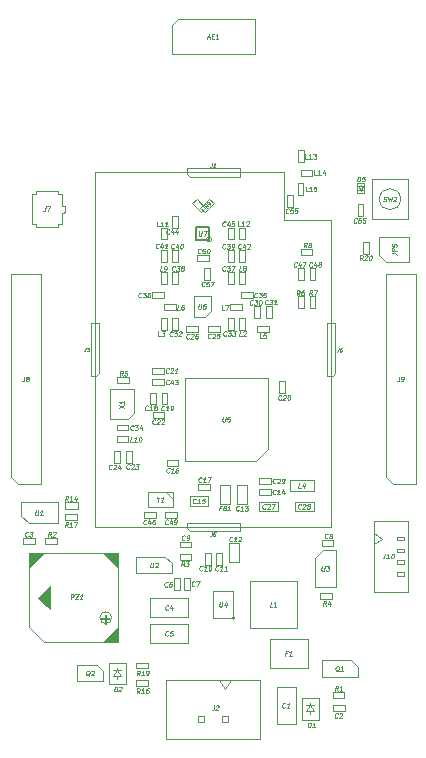
<source format=gbr>
G04 #@! TF.GenerationSoftware,KiCad,Pcbnew,(5.1.7)-1*
G04 #@! TF.CreationDate,2021-07-01T14:18:12+04:00*
G04 #@! TF.ProjectId,pcb-stm32wl,7063622d-7374-46d3-9332-776c2e6b6963,1.1*
G04 #@! TF.SameCoordinates,PX8f0d180PY6422c40*
G04 #@! TF.FileFunction,Other,Fab,Top*
%FSLAX46Y46*%
G04 Gerber Fmt 4.6, Leading zero omitted, Abs format (unit mm)*
G04 Created by KiCad (PCBNEW (5.1.7)-1) date 2021-07-01 14:18:12*
%MOMM*%
%LPD*%
G01*
G04 APERTURE LIST*
%ADD10C,0.100000*%
%ADD11C,0.200000*%
%ADD12C,0.120000*%
%ADD13C,0.075000*%
%ADD14C,0.150000*%
G04 APERTURE END LIST*
D10*
X-127964Y11830000D02*
G75*
G03*
X-127964Y11830000I-222036J0D01*
G01*
X1841421Y-20216102D02*
G75*
G03*
X1841421Y-20216102I-141421J0D01*
G01*
X-1950000Y-16860000D02*
X-1950000Y-17860000D01*
X-2450000Y-16860000D02*
X-1950000Y-16860000D01*
X-2450000Y-17860000D02*
X-2450000Y-16860000D01*
X-1950000Y-17860000D02*
X-2450000Y-17860000D01*
D11*
X-350000Y11800000D02*
X-350000Y12900000D01*
X-1450000Y11800000D02*
X-350000Y11800000D01*
X-1450000Y12900000D02*
X-1450000Y11800000D01*
X-350000Y12900000D02*
X-1450000Y12900000D01*
D10*
X-5500Y-20237500D02*
X-5500Y-17922500D01*
X1705500Y-20237500D02*
X1705500Y-17922500D01*
X1705500Y-20237500D02*
X-5500Y-20237500D01*
X1705500Y-17922500D02*
X-5500Y-17922500D01*
X-7420000Y-24020000D02*
X-7420000Y-25820000D01*
X-7420000Y-25820000D02*
X-8820000Y-25820000D01*
X-8820000Y-25820000D02*
X-8820000Y-24020000D01*
X-8820000Y-24020000D02*
X-7420000Y-24020000D01*
X-7770000Y-24620000D02*
X-8470000Y-24620000D01*
X-8120000Y-24620000D02*
X-8120000Y-24420000D01*
X-8120000Y-24620000D02*
X-7770000Y-25120000D01*
X-7770000Y-25120000D02*
X-8470000Y-25120000D01*
X-8470000Y-25120000D02*
X-8120000Y-24620000D01*
X-8120000Y-25120000D02*
X-8120000Y-25370000D01*
X6500000Y-9450000D02*
X6500000Y-8550000D01*
X6500000Y-8550000D02*
X8500000Y-8550000D01*
X8500000Y-8550000D02*
X8500000Y-9450000D01*
X8500000Y-9450000D02*
X6500000Y-9450000D01*
D12*
X-2000000Y17150000D02*
X2250000Y17150000D01*
X-2250000Y17850000D02*
X2250000Y17850000D01*
X2250000Y17850000D02*
X2250000Y17150000D01*
X-2250000Y17850000D02*
X-2250000Y17400000D01*
X-2250000Y17400000D02*
X-2000000Y17150000D01*
X-9650000Y500000D02*
X-9650000Y4750000D01*
X-10350000Y250000D02*
X-10350000Y4750000D01*
X-10350000Y4750000D02*
X-9650000Y4750000D01*
X-10350000Y250000D02*
X-9900000Y250000D01*
X-9900000Y250000D02*
X-9650000Y500000D01*
X-2000000Y-12840000D02*
X2250000Y-12840000D01*
X-2250000Y-12140000D02*
X2250000Y-12140000D01*
X2250000Y-12140000D02*
X2250000Y-12840000D01*
X-2250000Y-12140000D02*
X-2250000Y-12590000D01*
X-2250000Y-12590000D02*
X-2000000Y-12840000D01*
X10350000Y500000D02*
X10350000Y4750000D01*
X9650000Y250000D02*
X9650000Y4750000D01*
X9650000Y4750000D02*
X10350000Y4750000D01*
X9650000Y250000D02*
X10100000Y250000D01*
X10100000Y250000D02*
X10350000Y500000D01*
D10*
X-7230300Y-3364500D02*
X-6730300Y-2864500D01*
X-6730300Y-864500D02*
X-8730300Y-864500D01*
X-7230300Y-3364500D02*
X-8730300Y-3364500D01*
X-8730300Y-3364500D02*
X-8730300Y-864500D01*
X-6730300Y-2864500D02*
X-6730300Y-864500D01*
X7100000Y-17100000D02*
X7100000Y-21100000D01*
X7100000Y-21100000D02*
X3100000Y-21100000D01*
X3100000Y-21100000D02*
X3100000Y-17100000D01*
X3100000Y-17100000D02*
X7100000Y-17100000D01*
D12*
X-8100000Y-14750000D02*
X-15600000Y-14750000D01*
X-8100000Y-14750000D02*
X-8100000Y-22250000D01*
X-15600000Y-14750000D02*
X-15600000Y-21000000D01*
X-8100000Y-22250000D02*
X-14350000Y-22250000D01*
X-15600000Y-21000000D02*
X-14350000Y-22250000D01*
D10*
G36*
X-14850000Y-18500000D02*
G01*
X-13850000Y-17500000D01*
X-13850000Y-19500000D01*
X-14850000Y-18500000D01*
G37*
X-14850000Y-18500000D02*
X-13850000Y-17500000D01*
X-13850000Y-19500000D01*
X-14850000Y-18500000D01*
G36*
X-15600000Y-14750000D02*
G01*
X-14350000Y-14750000D01*
X-15600000Y-16000000D01*
X-15600000Y-14750000D01*
G37*
X-15600000Y-14750000D02*
X-14350000Y-14750000D01*
X-15600000Y-16000000D01*
X-15600000Y-14750000D01*
G36*
X-8100000Y-14750000D02*
G01*
X-8100000Y-16000000D01*
X-9350000Y-14750000D01*
X-8100000Y-14750000D01*
G37*
X-8100000Y-14750000D02*
X-8100000Y-16000000D01*
X-9350000Y-14750000D01*
X-8100000Y-14750000D01*
G36*
X-8100000Y-22250000D02*
G01*
X-9350000Y-22250000D01*
X-8100000Y-21000000D01*
X-8100000Y-22250000D01*
G37*
X-8100000Y-22250000D02*
X-9350000Y-22250000D01*
X-8100000Y-21000000D01*
X-8100000Y-22250000D01*
D12*
X-8600000Y-20200000D02*
G75*
G03*
X-8600000Y-20200000I-500000J0D01*
G01*
D10*
X6000000Y13500000D02*
X10000000Y13500000D01*
X6000000Y17500000D02*
X6000000Y13500000D01*
X-10000000Y17500000D02*
X-10000000Y-12500000D01*
X-10000000Y-12500000D02*
X10000000Y-12500000D01*
X10000000Y-12500000D02*
X10000000Y13500000D01*
X6000000Y17500000D02*
X-10000000Y17500000D01*
X3500000Y27500000D02*
X3500000Y30500000D01*
X-3500000Y27500000D02*
X3500000Y27500000D01*
X-3500000Y30000000D02*
X-3500000Y27500000D01*
X-3000000Y30500000D02*
X-3500000Y30000000D01*
X3500000Y30500000D02*
X-3000000Y30500000D01*
X-12553000Y-11954000D02*
X-12553000Y-11414000D01*
X-12553000Y-11414000D02*
X-11503000Y-11414000D01*
X-11503000Y-11414000D02*
X-11503000Y-11954000D01*
X-11503000Y-11954000D02*
X-12553000Y-11954000D01*
X-1619000Y5237000D02*
X-1619000Y7037000D01*
X-219000Y7037000D02*
X-1619000Y7037000D01*
X-219000Y5737000D02*
X-219000Y7037000D01*
X-719000Y5237000D02*
X-1619000Y5237000D01*
X-719000Y5237000D02*
X-219000Y5737000D01*
X3620000Y-6908500D02*
X-2380000Y-6908500D01*
X-2380000Y-6908500D02*
X-2380000Y91500D01*
X-2380000Y91500D02*
X4620000Y91500D01*
X4620000Y91500D02*
X4620000Y-5908500D01*
X4620000Y-5908500D02*
X3620000Y-6908500D01*
X8600000Y-15150000D02*
X9250000Y-14500000D01*
X10400000Y-14500000D02*
X9250000Y-14500000D01*
X8600000Y-15150000D02*
X8600000Y-17600000D01*
X10400000Y-17600000D02*
X8600000Y-17600000D01*
X10400000Y-14500000D02*
X10400000Y-17600000D01*
X-4050000Y-15050000D02*
X-6500000Y-15050000D01*
X-3480000Y-15600000D02*
X-3480000Y-16450000D01*
X-4050000Y-15050000D02*
X-3480000Y-15600000D01*
X-3480000Y-16450000D02*
X-6520000Y-16450000D01*
X-6520000Y-15050000D02*
X-6520000Y-16450000D01*
X12650000Y11600000D02*
X13150000Y11600000D01*
X13150000Y11600000D02*
X13150000Y10600000D01*
X13150000Y10600000D02*
X12650000Y10600000D01*
X12650000Y10600000D02*
X12650000Y11600000D01*
X-11493000Y-10435000D02*
X-11493000Y-10975000D01*
X-11493000Y-10975000D02*
X-12543000Y-10975000D01*
X-12543000Y-10975000D02*
X-12543000Y-10435000D01*
X-12543000Y-10435000D02*
X-11493000Y-10435000D01*
X14065000Y10475000D02*
X14065000Y12050000D01*
X14065000Y12050000D02*
X16605000Y12050000D01*
X16605000Y12050000D02*
X16605000Y9950000D01*
X16605000Y9950000D02*
X14590000Y9950000D01*
X14590000Y9950000D02*
X14065000Y10475000D01*
X17145000Y-8890000D02*
X15240000Y-8890000D01*
X15240000Y-8890000D02*
X14605000Y-8255000D01*
X14605000Y-8255000D02*
X14605000Y8890000D01*
X14605000Y8890000D02*
X17145000Y8890000D01*
X17145000Y8890000D02*
X17145000Y-8890000D01*
X3881200Y-8911200D02*
X3881200Y-8411200D01*
X3881200Y-8411200D02*
X4881200Y-8411200D01*
X4881200Y-8411200D02*
X4881200Y-8911200D01*
X4881200Y-8911200D02*
X3881200Y-8911200D01*
X3886000Y-11194800D02*
X3886000Y-10394800D01*
X3886000Y-10394800D02*
X5486000Y-10394800D01*
X5486000Y-10394800D02*
X5486000Y-11194800D01*
X5486000Y-11194800D02*
X3886000Y-11194800D01*
X-2950000Y-6850000D02*
X-2950000Y-7350000D01*
X-2950000Y-7350000D02*
X-3950000Y-7350000D01*
X-3950000Y-7350000D02*
X-3950000Y-6850000D01*
X-3950000Y-6850000D02*
X-2950000Y-6850000D01*
X-406800Y-9937600D02*
X-406800Y-10737600D01*
X-406800Y-10737600D02*
X-2006800Y-10737600D01*
X-2006800Y-10737600D02*
X-2006800Y-9937600D01*
X-2006800Y-9937600D02*
X-406800Y-9937600D01*
X3881200Y-9825600D02*
X3881200Y-9325600D01*
X3881200Y-9325600D02*
X4881200Y-9325600D01*
X4881200Y-9325600D02*
X4881200Y-9825600D01*
X4881200Y-9825600D02*
X3881200Y-9825600D01*
X1350000Y-13850000D02*
X2150000Y-13850000D01*
X2150000Y-13850000D02*
X2150000Y-15450000D01*
X2150000Y-15450000D02*
X1350000Y-15450000D01*
X1350000Y-15450000D02*
X1350000Y-13850000D01*
X-2850000Y-17860000D02*
X-3350000Y-17860000D01*
X-3350000Y-17860000D02*
X-3350000Y-16860000D01*
X-3350000Y-16860000D02*
X-2850000Y-16860000D01*
X-2850000Y-16860000D02*
X-2850000Y-17860000D01*
X-14605000Y8890000D02*
X-14605000Y-8890000D01*
X-17145000Y8890000D02*
X-14605000Y8890000D01*
X-17145000Y-8255000D02*
X-17145000Y8890000D01*
X-16510000Y-8890000D02*
X-17145000Y-8255000D01*
X-14605000Y-8890000D02*
X-16510000Y-8890000D01*
X-15121000Y-13966000D02*
X-16121000Y-13966000D01*
X-15121000Y-13466000D02*
X-15121000Y-13966000D01*
X-16121000Y-13466000D02*
X-15121000Y-13466000D01*
X-16121000Y-13966000D02*
X-16121000Y-13466000D01*
X9165000Y-14150000D02*
X9165000Y-13650000D01*
X9165000Y-13650000D02*
X10165000Y-13650000D01*
X10165000Y-13650000D02*
X10165000Y-14150000D01*
X10165000Y-14150000D02*
X9165000Y-14150000D01*
X-2850000Y-13750000D02*
X-1850000Y-13750000D01*
X-2850000Y-14250000D02*
X-2850000Y-13750000D01*
X-1850000Y-14250000D02*
X-2850000Y-14250000D01*
X-1850000Y-13750000D02*
X-1850000Y-14250000D01*
X750000Y-15700000D02*
X250000Y-15700000D01*
X250000Y-15700000D02*
X250000Y-14700000D01*
X250000Y-14700000D02*
X750000Y-14700000D01*
X750000Y-14700000D02*
X750000Y-15700000D01*
X-700000Y-14700000D02*
X-200000Y-14700000D01*
X-200000Y-14700000D02*
X-200000Y-15700000D01*
X-200000Y-15700000D02*
X-700000Y-15700000D01*
X-700000Y-15700000D02*
X-700000Y-14700000D01*
X-1285000Y-8900000D02*
X-285000Y-8900000D01*
X-1285000Y-9400000D02*
X-1285000Y-8900000D01*
X-285000Y-9400000D02*
X-1285000Y-9400000D01*
X-285000Y-8900000D02*
X-285000Y-9400000D01*
X-4826500Y-2137500D02*
X-5326500Y-2137500D01*
X-5326500Y-2137500D02*
X-5326500Y-1137500D01*
X-5326500Y-1137500D02*
X-4826500Y-1137500D01*
X-4826500Y-1137500D02*
X-4826500Y-2137500D01*
X-3874000Y-2137500D02*
X-4374000Y-2137500D01*
X-4374000Y-2137500D02*
X-4374000Y-1137500D01*
X-4374000Y-1137500D02*
X-3874000Y-1137500D01*
X-3874000Y-1137500D02*
X-3874000Y-2137500D01*
X6050000Y-200000D02*
X6050000Y-1200000D01*
X5550000Y-200000D02*
X6050000Y-200000D01*
X5550000Y-1200000D02*
X5550000Y-200000D01*
X6050000Y-1200000D02*
X5550000Y-1200000D01*
X-5160000Y975000D02*
X-4160000Y975000D01*
X-5160000Y475000D02*
X-5160000Y975000D01*
X-4160000Y475000D02*
X-5160000Y475000D01*
X-4160000Y975000D02*
X-4160000Y475000D01*
X-450000Y4481000D02*
X550000Y4481000D01*
X-450000Y3981000D02*
X-450000Y4481000D01*
X550000Y3981000D02*
X-450000Y3981000D01*
X550000Y4481000D02*
X550000Y3981000D01*
X-8390500Y-7095000D02*
X-8390500Y-6095000D01*
X-7890500Y-7095000D02*
X-8390500Y-7095000D01*
X-7890500Y-6095000D02*
X-7890500Y-7095000D01*
X-8390500Y-6095000D02*
X-7890500Y-6095000D01*
X-3460000Y12800000D02*
X-3460000Y13800000D01*
X-2960000Y12800000D02*
X-3460000Y12800000D01*
X-2960000Y13800000D02*
X-2960000Y12800000D01*
X-3460000Y13800000D02*
X-2960000Y13800000D01*
X-7181900Y-3845700D02*
X-7181900Y-4345700D01*
X-7181900Y-4345700D02*
X-8181900Y-4345700D01*
X-8181900Y-4345700D02*
X-8181900Y-3845700D01*
X-8181900Y-3845700D02*
X-7181900Y-3845700D01*
X1725000Y9050000D02*
X1725000Y8050000D01*
X1225000Y9050000D02*
X1725000Y9050000D01*
X1225000Y8050000D02*
X1225000Y9050000D01*
X1725000Y8050000D02*
X1225000Y8050000D01*
X2375000Y7350000D02*
X3375000Y7350000D01*
X2375000Y6850000D02*
X2375000Y7350000D01*
X3375000Y6850000D02*
X2375000Y6850000D01*
X3375000Y7350000D02*
X3375000Y6850000D01*
X-4160000Y6850000D02*
X-5160000Y6850000D01*
X-4160000Y7350000D02*
X-4160000Y6850000D01*
X-5160000Y7350000D02*
X-4160000Y7350000D01*
X-5160000Y6850000D02*
X-5160000Y7350000D01*
X-3925000Y10950000D02*
X-3925000Y9950000D01*
X-4425000Y10950000D02*
X-3925000Y10950000D01*
X-4425000Y9950000D02*
X-4425000Y10950000D01*
X-3925000Y9950000D02*
X-4425000Y9950000D01*
X2650000Y9950000D02*
X2150000Y9950000D01*
X2150000Y9950000D02*
X2150000Y10950000D01*
X2150000Y10950000D02*
X2650000Y10950000D01*
X2650000Y10950000D02*
X2650000Y9950000D01*
X-2975000Y4190000D02*
X-3475000Y4190000D01*
X-3475000Y4190000D02*
X-3475000Y5190000D01*
X-3475000Y5190000D02*
X-2975000Y5190000D01*
X-2975000Y5190000D02*
X-2975000Y4190000D01*
X1225000Y4200000D02*
X1225000Y5200000D01*
X1725000Y4200000D02*
X1225000Y4200000D01*
X1725000Y5200000D02*
X1725000Y4200000D01*
X1225000Y5200000D02*
X1725000Y5200000D01*
X-4887437Y-11228858D02*
X-4887437Y-11728858D01*
X-4887437Y-11728858D02*
X-5887437Y-11728858D01*
X-5887437Y-11728858D02*
X-5887437Y-11228858D01*
X-5887437Y-11228858D02*
X-4887437Y-11228858D01*
X1725000Y12825000D02*
X1725000Y11825000D01*
X1225000Y12825000D02*
X1725000Y12825000D01*
X1225000Y11825000D02*
X1225000Y12825000D01*
X1725000Y11825000D02*
X1225000Y11825000D01*
X8150000Y8400000D02*
X8150000Y9400000D01*
X8650000Y8400000D02*
X8150000Y8400000D01*
X8650000Y9400000D02*
X8650000Y8400000D01*
X8150000Y9400000D02*
X8650000Y9400000D01*
X7150000Y8400000D02*
X7150000Y9400000D01*
X7650000Y8400000D02*
X7150000Y8400000D01*
X7650000Y9400000D02*
X7650000Y8400000D01*
X7150000Y9400000D02*
X7650000Y9400000D01*
X-1360000Y10500000D02*
X-360000Y10500000D01*
X-1360000Y10000000D02*
X-1360000Y10500000D01*
X-360000Y10000000D02*
X-1360000Y10000000D01*
X-360000Y10500000D02*
X-360000Y10000000D01*
X-3048959Y-11728858D02*
X-4048959Y-11728858D01*
X-3048959Y-11228858D02*
X-3048959Y-11728858D01*
X-4048959Y-11228858D02*
X-3048959Y-11228858D01*
X-4048959Y-11728858D02*
X-4048959Y-11228858D01*
X-250000Y9370000D02*
X-250000Y8370000D01*
X-750000Y9370000D02*
X-250000Y9370000D01*
X-750000Y8370000D02*
X-750000Y9370000D01*
X-250000Y8370000D02*
X-750000Y8370000D01*
X12718000Y13787000D02*
X12218000Y13787000D01*
X12218000Y13787000D02*
X12218000Y14787000D01*
X12218000Y14787000D02*
X12718000Y14787000D01*
X12718000Y14787000D02*
X12718000Y13787000D01*
X-2975000Y8050000D02*
X-3475000Y8050000D01*
X-3475000Y8050000D02*
X-3475000Y9050000D01*
X-3475000Y9050000D02*
X-2975000Y9050000D01*
X-2975000Y9050000D02*
X-2975000Y8050000D01*
X1225000Y10950000D02*
X1725000Y10950000D01*
X1725000Y10950000D02*
X1725000Y9950000D01*
X1725000Y9950000D02*
X1225000Y9950000D01*
X1225000Y9950000D02*
X1225000Y10950000D01*
X-3475000Y10940000D02*
X-2975000Y10940000D01*
X-2975000Y10940000D02*
X-2975000Y9940000D01*
X-2975000Y9940000D02*
X-3475000Y9940000D01*
X-3475000Y9940000D02*
X-3475000Y10940000D01*
X-5162500Y-508000D02*
X-5162500Y-8000D01*
X-5162500Y-8000D02*
X-4162500Y-8000D01*
X-4162500Y-8000D02*
X-4162500Y-508000D01*
X-4162500Y-508000D02*
X-5162500Y-508000D01*
X1390300Y-10578800D02*
X590300Y-10578800D01*
X590300Y-10578800D02*
X590300Y-8978800D01*
X590300Y-8978800D02*
X1390300Y-8978800D01*
X1390300Y-8978800D02*
X1390300Y-10578800D01*
X-7179500Y-4810900D02*
X-7179500Y-5310900D01*
X-7179500Y-5310900D02*
X-8179500Y-5310900D01*
X-8179500Y-5310900D02*
X-8179500Y-4810900D01*
X-8179500Y-4810900D02*
X-7179500Y-4810900D01*
X-3925000Y4175000D02*
X-4425000Y4175000D01*
X-4425000Y4175000D02*
X-4425000Y5175000D01*
X-4425000Y5175000D02*
X-3925000Y5175000D01*
X-3925000Y5175000D02*
X-3925000Y4175000D01*
X3711066Y4005305D02*
X3711066Y4505305D01*
X3711066Y4505305D02*
X4711066Y4505305D01*
X4711066Y4505305D02*
X4711066Y4005305D01*
X4711066Y4005305D02*
X3711066Y4005305D01*
X2439999Y5850000D02*
X1439999Y5850000D01*
X2439999Y6350000D02*
X2439999Y5850000D01*
X1439999Y6350000D02*
X2439999Y6350000D01*
X1439999Y5850000D02*
X1439999Y6350000D01*
X-3190000Y6350000D02*
X-3190000Y5850000D01*
X-3190000Y5850000D02*
X-4190000Y5850000D01*
X-4190000Y5850000D02*
X-4190000Y6350000D01*
X-4190000Y6350000D02*
X-3190000Y6350000D01*
X-3925000Y9050000D02*
X-3925000Y8050000D01*
X-4425000Y9050000D02*
X-3925000Y9050000D01*
X-4425000Y8050000D02*
X-4425000Y9050000D01*
X-3925000Y8050000D02*
X-4425000Y8050000D01*
X2650000Y8050000D02*
X2150000Y8050000D01*
X2150000Y8050000D02*
X2150000Y9050000D01*
X2150000Y9050000D02*
X2650000Y9050000D01*
X2650000Y9050000D02*
X2650000Y8050000D01*
X-3925000Y11825000D02*
X-4425000Y11825000D01*
X-4425000Y11825000D02*
X-4425000Y12825000D01*
X-4425000Y12825000D02*
X-3925000Y12825000D01*
X-3925000Y12825000D02*
X-3925000Y11825000D01*
X2650000Y12825000D02*
X2650000Y11825000D01*
X2150000Y12825000D02*
X2650000Y12825000D01*
X2150000Y11825000D02*
X2150000Y12825000D01*
X2650000Y11825000D02*
X2150000Y11825000D01*
X11650000Y-23800000D02*
X9200000Y-23800000D01*
X12220000Y-24350000D02*
X12220000Y-25200000D01*
X11650000Y-23800000D02*
X12220000Y-24350000D01*
X12220000Y-25200000D02*
X9180000Y-25200000D01*
X9180000Y-23800000D02*
X9180000Y-25200000D01*
X-9310000Y-25570000D02*
X-9310000Y-24720000D01*
X-9810000Y-24220000D02*
X-11510000Y-24220000D01*
X-9310000Y-25570000D02*
X-11510000Y-25570000D01*
X-11510000Y-25570000D02*
X-11510000Y-24220000D01*
X-9310000Y-24720000D02*
X-9810000Y-24220000D01*
X-14216000Y-13966000D02*
X-14216000Y-13466000D01*
X-14216000Y-13466000D02*
X-13216000Y-13466000D01*
X-13216000Y-13466000D02*
X-13216000Y-13966000D01*
X-13216000Y-13966000D02*
X-14216000Y-13966000D01*
X-1850000Y-15300000D02*
X-2850000Y-15300000D01*
X-1850000Y-14800000D02*
X-1850000Y-15300000D01*
X-2850000Y-14800000D02*
X-1850000Y-14800000D01*
X-2850000Y-15300000D02*
X-2850000Y-14800000D01*
X9050000Y-18150000D02*
X10050000Y-18150000D01*
X9050000Y-18650000D02*
X9050000Y-18150000D01*
X10050000Y-18650000D02*
X9050000Y-18650000D01*
X10050000Y-18150000D02*
X10050000Y-18650000D01*
X7210000Y7005000D02*
X7710000Y7005000D01*
X7710000Y7005000D02*
X7710000Y6005000D01*
X7710000Y6005000D02*
X7210000Y6005000D01*
X7210000Y6005000D02*
X7210000Y7005000D01*
X8150000Y6000000D02*
X8150000Y7000000D01*
X8650000Y6000000D02*
X8150000Y6000000D01*
X8650000Y7000000D02*
X8650000Y6000000D01*
X8150000Y7000000D02*
X8650000Y7000000D01*
X7400000Y11050000D02*
X8400000Y11050000D01*
X7400000Y10550000D02*
X7400000Y11050000D01*
X8400000Y10550000D02*
X7400000Y10550000D01*
X8400000Y11050000D02*
X8400000Y10550000D01*
X-1763277Y14869724D02*
X-1409724Y15223277D01*
X-1409724Y15223277D02*
X-702617Y14516170D01*
X-702617Y14516170D02*
X-1056170Y14162617D01*
X-1056170Y14162617D02*
X-1763277Y14869724D01*
X-16282000Y-10421000D02*
X-13182000Y-10421000D01*
X-13182000Y-10421000D02*
X-13182000Y-12221000D01*
X-15632000Y-12221000D02*
X-13182000Y-12221000D01*
X-16282000Y-10421000D02*
X-16282000Y-11571000D01*
X-15632000Y-12221000D02*
X-16282000Y-11571000D01*
X6970000Y-26030000D02*
X6970000Y-29230000D01*
X5370000Y-26030000D02*
X6970000Y-26030000D01*
X5370000Y-29230000D02*
X5370000Y-26030000D01*
X6970000Y-29230000D02*
X5370000Y-29230000D01*
X10115000Y-27620000D02*
X11115000Y-27620000D01*
X10115000Y-28120000D02*
X10115000Y-27620000D01*
X11115000Y-28120000D02*
X10115000Y-28120000D01*
X11115000Y-27620000D02*
X11115000Y-28120000D01*
X-2130000Y-20170000D02*
X-5330000Y-20170000D01*
X-2130000Y-18570000D02*
X-2130000Y-20170000D01*
X-5330000Y-18570000D02*
X-2130000Y-18570000D01*
X-5330000Y-20170000D02*
X-5330000Y-18570000D01*
X-5330000Y-22340000D02*
X-5330000Y-20740000D01*
X-5330000Y-20740000D02*
X-2130000Y-20740000D01*
X-2130000Y-20740000D02*
X-2130000Y-22340000D01*
X-2130000Y-22340000D02*
X-5330000Y-22340000D01*
X-4135000Y-2800000D02*
X-4135000Y-3300000D01*
X-4135000Y-3300000D02*
X-5135000Y-3300000D01*
X-5135000Y-3300000D02*
X-5135000Y-2800000D01*
X-5135000Y-2800000D02*
X-4135000Y-2800000D01*
X7995000Y-24480000D02*
X4795000Y-24480000D01*
X7995000Y-21980000D02*
X7995000Y-24480000D01*
X4795000Y-21980000D02*
X7995000Y-21980000D01*
X4795000Y-24480000D02*
X4795000Y-21980000D01*
X11105000Y-27020000D02*
X10105000Y-27020000D01*
X11105000Y-26520000D02*
X11105000Y-27020000D01*
X10105000Y-26520000D02*
X11105000Y-26520000D01*
X10105000Y-27020000D02*
X10105000Y-26520000D01*
X-6500000Y-25500000D02*
X-5500000Y-25500000D01*
X-6500000Y-26000000D02*
X-6500000Y-25500000D01*
X-5500000Y-26000000D02*
X-6500000Y-26000000D01*
X-5500000Y-25500000D02*
X-5500000Y-26000000D01*
X-5500000Y-24000000D02*
X-5500000Y-24500000D01*
X-5500000Y-24500000D02*
X-6500000Y-24500000D01*
X-6500000Y-24500000D02*
X-6500000Y-24000000D01*
X-6500000Y-24000000D02*
X-5500000Y-24000000D01*
X2050800Y-8978800D02*
X2850800Y-8978800D01*
X2850800Y-8978800D02*
X2850800Y-10578800D01*
X2850800Y-10578800D02*
X2050800Y-10578800D01*
X2050800Y-10578800D02*
X2050800Y-8978800D01*
X-7390000Y-7070000D02*
X-7390000Y-6070000D01*
X-6890000Y-7070000D02*
X-7390000Y-7070000D01*
X-6890000Y-6070000D02*
X-6890000Y-7070000D01*
X-7390000Y-6070000D02*
X-6890000Y-6070000D01*
X-1289000Y4471000D02*
X-1289000Y3971000D01*
X-1289000Y3971000D02*
X-2289000Y3971000D01*
X-2289000Y3971000D02*
X-2289000Y4471000D01*
X-2289000Y4471000D02*
X-1289000Y4471000D01*
X8500000Y-10400000D02*
X8500000Y-11200000D01*
X8500000Y-11200000D02*
X6900000Y-11200000D01*
X6900000Y-11200000D02*
X6900000Y-10400000D01*
X6900000Y-10400000D02*
X8500000Y-10400000D01*
X3473266Y5173305D02*
X3473266Y6173305D01*
X3973266Y5173305D02*
X3473266Y5173305D01*
X3973266Y6173305D02*
X3973266Y5173305D01*
X3473266Y6173305D02*
X3973266Y6173305D01*
X4938467Y6173305D02*
X4938467Y5173305D01*
X4438467Y6173305D02*
X4938467Y6173305D01*
X4438467Y5173305D02*
X4438467Y6173305D01*
X4938467Y5173305D02*
X4438467Y5173305D01*
X8220000Y-28130000D02*
X8220000Y-28380000D01*
X7870000Y-28130000D02*
X8220000Y-27630000D01*
X8570000Y-28130000D02*
X7870000Y-28130000D01*
X8220000Y-27630000D02*
X8570000Y-28130000D01*
X8220000Y-27630000D02*
X8220000Y-27430000D01*
X8570000Y-27630000D02*
X7870000Y-27630000D01*
X7520000Y-27030000D02*
X8920000Y-27030000D01*
X7520000Y-28830000D02*
X7520000Y-27030000D01*
X8920000Y-28830000D02*
X7520000Y-28830000D01*
X8920000Y-27030000D02*
X8920000Y-28830000D01*
X12768000Y16592000D02*
X12768000Y15792000D01*
X12768000Y15792000D02*
X12168000Y15792000D01*
X12168000Y15792000D02*
X12168000Y16592000D01*
X12168000Y16592000D02*
X12768000Y16592000D01*
X12668000Y16042000D02*
X12268000Y16042000D01*
X12468000Y16042000D02*
X12468000Y15942000D01*
X12468000Y16042000D02*
X12668000Y16342000D01*
X12668000Y16342000D02*
X12268000Y16342000D01*
X12268000Y16342000D02*
X12468000Y16042000D01*
X12468000Y16342000D02*
X12468000Y16442000D01*
X-12675000Y14100000D02*
X-12525000Y14250000D01*
X-15375000Y13100000D02*
X-14975000Y13100000D01*
X-14975000Y12900000D02*
X-14975000Y13100000D01*
X-13175000Y12900000D02*
X-14975000Y12900000D01*
X-15375000Y13100000D02*
X-15375000Y15700000D01*
X-15375000Y15700000D02*
X-14975000Y15700000D01*
X-14975000Y15900000D02*
X-14975000Y15700000D01*
X-13175000Y15900000D02*
X-14975000Y15900000D01*
X-13175000Y13100000D02*
X-12775000Y13100000D01*
X-13175000Y12900000D02*
X-13175000Y13100000D01*
X-12775000Y14100000D02*
X-12775000Y13100000D01*
X-12675000Y14100000D02*
X-12775000Y14100000D01*
X-12525000Y14700000D02*
X-12525000Y14250000D01*
X-12525000Y14700000D02*
X-12775000Y14700000D01*
X-12775000Y14700000D02*
X-12775000Y15700000D01*
X-13175000Y15700000D02*
X-12775000Y15700000D01*
X-13175000Y15900000D02*
X-13175000Y15700000D01*
X2650000Y4200000D02*
X2150000Y4200000D01*
X2150000Y4200000D02*
X2150000Y5200000D01*
X2150000Y5200000D02*
X2650000Y5200000D01*
X2650000Y5200000D02*
X2650000Y4200000D01*
X-7116000Y167500D02*
X-7116000Y-332500D01*
X-7116000Y-332500D02*
X-8116000Y-332500D01*
X-8116000Y-332500D02*
X-8116000Y167500D01*
X-8116000Y167500D02*
X-7116000Y167500D01*
X-3449877Y-10797067D02*
X-3449877Y-9597067D01*
X-3449877Y-9597067D02*
X-5499877Y-9597067D01*
X-5499877Y-9597067D02*
X-5499877Y-10797067D01*
X-5499877Y-10797067D02*
X-3449877Y-10797067D01*
X-3474877Y-10097067D02*
X-3974877Y-9597067D01*
X1000000Y-26207107D02*
X500000Y-25500000D01*
X1500000Y-25500000D02*
X1000000Y-26207107D01*
X-1250000Y-29000000D02*
X-750000Y-29000000D01*
X-1250000Y-28500000D02*
X-1250000Y-29000000D01*
X-750000Y-28500000D02*
X-1250000Y-28500000D01*
X-750000Y-29000000D02*
X-750000Y-28500000D01*
X750000Y-29000000D02*
X1250000Y-29000000D01*
X750000Y-28500000D02*
X750000Y-29000000D01*
X1250000Y-28500000D02*
X750000Y-28500000D01*
X1250000Y-29000000D02*
X1250000Y-28500000D01*
X-3975000Y-25500000D02*
X-3975000Y-30500000D01*
X3975000Y-25500000D02*
X3975000Y-30500000D01*
X3975000Y-30500000D02*
X-3975000Y-30500000D01*
X3975000Y-25500000D02*
X-3975000Y-25500000D01*
X16467000Y16936000D02*
X16467000Y13536000D01*
X16467000Y13536000D02*
X13467000Y13536000D01*
X13467000Y13536000D02*
X13467000Y16936000D01*
X13467000Y16936000D02*
X16467000Y16936000D01*
X15867000Y15236000D02*
G75*
G03*
X15867000Y15236000I-900000J0D01*
G01*
X13600000Y-12000000D02*
X13600000Y-18000000D01*
X16500000Y-12000000D02*
X16500000Y-18000000D01*
X13600000Y-12000000D02*
X16500000Y-12000000D01*
X13600000Y-18000000D02*
X16500000Y-18000000D01*
X16150000Y-13350000D02*
X15550000Y-13350000D01*
X15550000Y-13350000D02*
X15550000Y-13650000D01*
X15550000Y-13650000D02*
X16150000Y-13650000D01*
X16150000Y-13650000D02*
X16150000Y-13350000D01*
X16150000Y-14350000D02*
X15550000Y-14350000D01*
X15550000Y-14350000D02*
X15550000Y-14650000D01*
X15550000Y-14650000D02*
X16150000Y-14650000D01*
X16150000Y-14650000D02*
X16150000Y-14350000D01*
X16150000Y-15350000D02*
X15550000Y-15350000D01*
X15550000Y-15350000D02*
X15550000Y-15650000D01*
X15550000Y-15650000D02*
X16150000Y-15650000D01*
X16150000Y-15650000D02*
X16150000Y-15350000D01*
X16150000Y-16350000D02*
X15550000Y-16350000D01*
X15550000Y-16350000D02*
X15550000Y-16650000D01*
X15550000Y-16650000D02*
X16150000Y-16650000D01*
X16150000Y-16650000D02*
X16150000Y-16350000D01*
X13600000Y-13000000D02*
X14307107Y-13500000D01*
X14307107Y-13500000D02*
X13600000Y-14000000D01*
X-349688Y15272150D02*
X32150Y14890312D01*
X32150Y14890312D02*
X-710312Y14147850D01*
X-710312Y14147850D02*
X-1092150Y14529688D01*
X-1092150Y14529688D02*
X-349688Y15272150D01*
X6750000Y14605000D02*
X6250000Y14605000D01*
X6250000Y14605000D02*
X6250000Y15605000D01*
X6250000Y15605000D02*
X6750000Y15605000D01*
X6750000Y15605000D02*
X6750000Y14605000D01*
X7650000Y18375000D02*
X7150000Y18375000D01*
X7150000Y18375000D02*
X7150000Y19375000D01*
X7150000Y19375000D02*
X7650000Y19375000D01*
X7650000Y19375000D02*
X7650000Y18375000D01*
X7390000Y17730000D02*
X8390000Y17730000D01*
X7390000Y17230000D02*
X7390000Y17730000D01*
X8390000Y17230000D02*
X7390000Y17230000D01*
X8390000Y17730000D02*
X8390000Y17230000D01*
X7640000Y15585000D02*
X7140000Y15585000D01*
X7140000Y15585000D02*
X7140000Y16585000D01*
X7140000Y16585000D02*
X7640000Y16585000D01*
X7640000Y16585000D02*
X7640000Y15585000D01*
X-1605149Y-17492857D02*
X-1626578Y-17511904D01*
X-1686102Y-17530952D01*
X-1724197Y-17530952D01*
X-1778959Y-17511904D01*
X-1812292Y-17473809D01*
X-1826578Y-17435714D01*
X-1836102Y-17359523D01*
X-1828959Y-17302380D01*
X-1800387Y-17226190D01*
X-1776578Y-17188095D01*
X-1733721Y-17150000D01*
X-1674197Y-17130952D01*
X-1636102Y-17130952D01*
X-1581340Y-17150000D01*
X-1564673Y-17169047D01*
X-1426578Y-17130952D02*
X-1159911Y-17130952D01*
X-1381340Y-17530952D01*
X-1188006Y12539048D02*
X-1228483Y12215239D01*
X-1214197Y12177143D01*
X-1197530Y12158096D01*
X-1161816Y12139048D01*
X-1085625Y12139048D01*
X-1045149Y12158096D01*
X-1023721Y12177143D01*
X-999911Y12215239D01*
X-959435Y12539048D01*
X-807054Y12539048D02*
X-540387Y12539048D01*
X-761816Y12139048D01*
X551994Y-18860952D02*
X511517Y-19184761D01*
X525803Y-19222857D01*
X542470Y-19241904D01*
X578184Y-19260952D01*
X654375Y-19260952D01*
X694851Y-19241904D01*
X716279Y-19222857D01*
X740089Y-19184761D01*
X780565Y-18860952D01*
X1125803Y-18994285D02*
X1092470Y-19260952D01*
X1049613Y-18841904D02*
X918660Y-19127619D01*
X1166279Y-19127619D01*
X-8388483Y-26430952D02*
X-8338483Y-26030952D01*
X-8243245Y-26030952D01*
X-8188483Y-26050000D01*
X-8155149Y-26088095D01*
X-8140864Y-26126190D01*
X-8131340Y-26202380D01*
X-8138483Y-26259523D01*
X-8167054Y-26335714D01*
X-8190864Y-26373809D01*
X-8233721Y-26411904D01*
X-8293245Y-26430952D01*
X-8388483Y-26430952D01*
X-7962292Y-26069047D02*
X-7940864Y-26050000D01*
X-7900387Y-26030952D01*
X-7805149Y-26030952D01*
X-7769435Y-26050000D01*
X-7752768Y-26069047D01*
X-7738483Y-26107142D01*
X-7743245Y-26145238D01*
X-7769435Y-26202380D01*
X-8026578Y-26430952D01*
X-7778959Y-26430952D01*
X7390089Y-9180952D02*
X7199613Y-9180952D01*
X7249613Y-8780952D01*
X7728184Y-8914285D02*
X7694851Y-9180952D01*
X7651994Y-8761904D02*
X7521041Y-9047619D01*
X7768660Y-9047619D01*
D13*
X-84934Y18264286D02*
X-111719Y18050000D01*
X-131362Y18007143D01*
X-163505Y17978572D01*
X-208148Y17964286D01*
X-236719Y17964286D01*
X177566Y17964286D02*
X6138Y17964286D01*
X91852Y17964286D02*
X129352Y18264286D01*
X95424Y18221429D01*
X63281Y18192858D01*
X32924Y18178572D01*
X-10794934Y2664286D02*
X-10821719Y2450000D01*
X-10841362Y2407143D01*
X-10873505Y2378572D01*
X-10918148Y2364286D01*
X-10946719Y2364286D01*
X-10680648Y2664286D02*
X-10494934Y2664286D01*
X-10609219Y2550000D01*
X-10566362Y2550000D01*
X-10539576Y2535715D01*
X-10527076Y2521429D01*
X-10516362Y2492858D01*
X-10525291Y2421429D01*
X-10543148Y2392858D01*
X-10559219Y2378572D01*
X-10589576Y2364286D01*
X-10675291Y2364286D01*
X-10702076Y2378572D01*
X-10714576Y2392858D01*
X-94934Y-12965714D02*
X-121719Y-13180000D01*
X-141362Y-13222857D01*
X-173505Y-13251428D01*
X-218148Y-13265714D01*
X-246719Y-13265714D01*
X190781Y-12965714D02*
X47924Y-12965714D01*
X15781Y-13108571D01*
X31852Y-13094285D01*
X62209Y-13080000D01*
X133638Y-13080000D01*
X160424Y-13094285D01*
X172924Y-13108571D01*
X183638Y-13137142D01*
X174709Y-13208571D01*
X156852Y-13237142D01*
X140781Y-13251428D01*
X110424Y-13265714D01*
X38995Y-13265714D01*
X12209Y-13251428D01*
X-291Y-13237142D01*
X10615066Y2634286D02*
X10588281Y2420000D01*
X10568638Y2377143D01*
X10536495Y2348572D01*
X10491852Y2334286D01*
X10463281Y2334286D01*
X10886495Y2634286D02*
X10829352Y2634286D01*
X10798995Y2620000D01*
X10782924Y2605715D01*
X10748995Y2562858D01*
X10727566Y2505715D01*
X10713281Y2391429D01*
X10723995Y2362858D01*
X10736495Y2348572D01*
X10763281Y2334286D01*
X10820424Y2334286D01*
X10850781Y2348572D01*
X10866852Y2362858D01*
X10884709Y2391429D01*
X10893638Y2462858D01*
X10882924Y2491429D01*
X10870424Y2505715D01*
X10843638Y2520000D01*
X10786495Y2520000D01*
X10756138Y2505715D01*
X10740066Y2491429D01*
X10722209Y2462858D01*
D10*
X-7949348Y-2431553D02*
X-7549348Y-2214886D01*
X-7949348Y-2164886D02*
X-7549348Y-2481553D01*
X-7549348Y-1852982D02*
X-7549348Y-2081553D01*
X-7549348Y-1967267D02*
X-7949348Y-1917267D01*
X-7892205Y-1962505D01*
X-7854110Y-2005363D01*
X-7835062Y-2045839D01*
X4990089Y-19280952D02*
X4799613Y-19280952D01*
X4849613Y-18880952D01*
X5332946Y-19280952D02*
X5104375Y-19280952D01*
X5218660Y-19280952D02*
X5268660Y-18880952D01*
X5223422Y-18938095D01*
X5180565Y-18976190D01*
X5140089Y-18995238D01*
D14*
X-9480953Y-20346428D02*
X-8719048Y-20346428D01*
X-9100000Y-20727380D02*
X-9100000Y-19965476D01*
D10*
X-12078959Y-18630952D02*
X-12028959Y-18230952D01*
X-11876578Y-18230952D01*
X-11840864Y-18250000D01*
X-11824197Y-18269047D01*
X-11809911Y-18307142D01*
X-11817054Y-18364285D01*
X-11840864Y-18402380D01*
X-11862292Y-18421428D01*
X-11902768Y-18440476D01*
X-12055149Y-18440476D01*
X-11667054Y-18230952D02*
X-11400387Y-18230952D01*
X-11717054Y-18630952D01*
X-11450387Y-18630952D01*
X-11088483Y-18630952D02*
X-11317054Y-18630952D01*
X-11202768Y-18630952D02*
X-11152768Y-18230952D01*
X-11198006Y-18288095D01*
X-11240864Y-18326190D01*
X-11281340Y-18345238D01*
X-495625Y28933334D02*
X-305149Y28933334D01*
X-548006Y28819048D02*
X-364673Y29219048D01*
X-281340Y28819048D01*
X-121816Y29028572D02*
X11517Y29028572D01*
X42470Y28819048D02*
X-148006Y28819048D01*
X-98006Y29219048D01*
X92470Y29219048D01*
X423422Y28819048D02*
X194851Y28819048D01*
X309136Y28819048D02*
X359136Y29219048D01*
X313898Y29161905D01*
X271041Y29123810D01*
X230565Y29104762D01*
X-12330387Y-12510952D02*
X-12439911Y-12320476D01*
X-12558959Y-12510952D02*
X-12508959Y-12110952D01*
X-12356578Y-12110952D01*
X-12320864Y-12130000D01*
X-12304197Y-12149047D01*
X-12289911Y-12187142D01*
X-12297054Y-12244285D01*
X-12320864Y-12282380D01*
X-12342292Y-12301428D01*
X-12382768Y-12320476D01*
X-12535149Y-12320476D01*
X-11949435Y-12510952D02*
X-12178006Y-12510952D01*
X-12063721Y-12510952D02*
X-12013721Y-12110952D01*
X-12058959Y-12168095D01*
X-12101816Y-12206190D01*
X-12142292Y-12225238D01*
X-11766102Y-12110952D02*
X-11499435Y-12110952D01*
X-11720864Y-12510952D01*
X-1235306Y6356048D02*
X-1275783Y6032239D01*
X-1261497Y5994143D01*
X-1244830Y5975096D01*
X-1209116Y5956048D01*
X-1132925Y5956048D01*
X-1092449Y5975096D01*
X-1071021Y5994143D01*
X-1047211Y6032239D01*
X-1006735Y6356048D01*
X-644830Y6356048D02*
X-721021Y6356048D01*
X-761497Y6337000D01*
X-782925Y6317953D01*
X-828164Y6260810D01*
X-856735Y6184620D01*
X-875783Y6032239D01*
X-861497Y5994143D01*
X-844830Y5975096D01*
X-809116Y5956048D01*
X-732925Y5956048D01*
X-692449Y5975096D01*
X-671021Y5994143D01*
X-647211Y6032239D01*
X-635306Y6127477D01*
X-649592Y6165572D01*
X-666259Y6184620D01*
X-701973Y6203667D01*
X-778164Y6203667D01*
X-818640Y6184620D01*
X-840068Y6165572D01*
X-863878Y6127477D01*
X821994Y-3189452D02*
X781517Y-3513261D01*
X795803Y-3551357D01*
X812470Y-3570404D01*
X848184Y-3589452D01*
X924375Y-3589452D01*
X964851Y-3570404D01*
X986279Y-3551357D01*
X1010089Y-3513261D01*
X1050565Y-3189452D01*
X1431517Y-3189452D02*
X1241041Y-3189452D01*
X1198184Y-3379928D01*
X1219613Y-3360880D01*
X1260089Y-3341833D01*
X1355327Y-3341833D01*
X1391041Y-3360880D01*
X1407708Y-3379928D01*
X1421994Y-3418023D01*
X1410089Y-3513261D01*
X1386279Y-3551357D01*
X1364851Y-3570404D01*
X1324375Y-3589452D01*
X1229136Y-3589452D01*
X1193422Y-3570404D01*
X1176755Y-3551357D01*
X9201994Y-15830952D02*
X9161517Y-16154761D01*
X9175803Y-16192857D01*
X9192470Y-16211904D01*
X9228184Y-16230952D01*
X9304375Y-16230952D01*
X9344851Y-16211904D01*
X9366279Y-16192857D01*
X9390089Y-16154761D01*
X9430565Y-15830952D01*
X9582946Y-15830952D02*
X9830565Y-15830952D01*
X9678184Y-15983333D01*
X9735327Y-15983333D01*
X9771041Y-16002380D01*
X9787708Y-16021428D01*
X9801994Y-16059523D01*
X9790089Y-16154761D01*
X9766279Y-16192857D01*
X9744851Y-16211904D01*
X9704375Y-16230952D01*
X9590089Y-16230952D01*
X9554375Y-16211904D01*
X9537708Y-16192857D01*
X-5298006Y-15530952D02*
X-5338483Y-15854761D01*
X-5324197Y-15892857D01*
X-5307530Y-15911904D01*
X-5271816Y-15930952D01*
X-5195625Y-15930952D01*
X-5155149Y-15911904D01*
X-5133721Y-15892857D01*
X-5109911Y-15854761D01*
X-5069435Y-15530952D01*
X-4902768Y-15569047D02*
X-4881340Y-15550000D01*
X-4840864Y-15530952D01*
X-4745625Y-15530952D01*
X-4709911Y-15550000D01*
X-4693245Y-15569047D01*
X-4678959Y-15607142D01*
X-4683721Y-15645238D01*
X-4709911Y-15702380D01*
X-4967054Y-15930952D01*
X-4719435Y-15930952D01*
X12639613Y10069048D02*
X12530089Y10259524D01*
X12411041Y10069048D02*
X12461041Y10469048D01*
X12613422Y10469048D01*
X12649136Y10450000D01*
X12665803Y10430953D01*
X12680089Y10392858D01*
X12672946Y10335715D01*
X12649136Y10297620D01*
X12627708Y10278572D01*
X12587232Y10259524D01*
X12434851Y10259524D01*
X12837232Y10430953D02*
X12858660Y10450000D01*
X12899136Y10469048D01*
X12994375Y10469048D01*
X13030089Y10450000D01*
X13046755Y10430953D01*
X13061041Y10392858D01*
X13056279Y10354762D01*
X13030089Y10297620D01*
X12772946Y10069048D01*
X13020565Y10069048D01*
X13318184Y10469048D02*
X13356279Y10469048D01*
X13391994Y10450000D01*
X13408660Y10430953D01*
X13422946Y10392858D01*
X13432470Y10316667D01*
X13420565Y10221429D01*
X13391994Y10145239D01*
X13368184Y10107143D01*
X13346755Y10088096D01*
X13306279Y10069048D01*
X13268184Y10069048D01*
X13232470Y10088096D01*
X13215803Y10107143D01*
X13201517Y10145239D01*
X13191994Y10221429D01*
X13203898Y10316667D01*
X13232470Y10392858D01*
X13256279Y10430953D01*
X13277708Y10450000D01*
X13318184Y10469048D01*
X-12320387Y-10300952D02*
X-12429911Y-10110476D01*
X-12548959Y-10300952D02*
X-12498959Y-9900952D01*
X-12346578Y-9900952D01*
X-12310864Y-9920000D01*
X-12294197Y-9939047D01*
X-12279911Y-9977142D01*
X-12287054Y-10034285D01*
X-12310864Y-10072380D01*
X-12332292Y-10091428D01*
X-12372768Y-10110476D01*
X-12525149Y-10110476D01*
X-11939435Y-10300952D02*
X-12168006Y-10300952D01*
X-12053721Y-10300952D02*
X-12003721Y-9900952D01*
X-12048959Y-9958095D01*
X-12091816Y-9996190D01*
X-12132292Y-10015238D01*
X-11563245Y-10034285D02*
X-11596578Y-10300952D01*
X-11639435Y-9881904D02*
X-11770387Y-10167619D01*
X-11522768Y-10167619D01*
X15115952Y10673423D02*
X15401666Y10637709D01*
X15458809Y10611518D01*
X15496904Y10568661D01*
X15515952Y10509137D01*
X15515952Y10471042D01*
X15515952Y10813899D02*
X15115952Y10863899D01*
X15115952Y11016280D01*
X15135000Y11051995D01*
X15154047Y11068661D01*
X15192142Y11082947D01*
X15249285Y11075804D01*
X15287380Y11051995D01*
X15306428Y11030566D01*
X15325476Y10990090D01*
X15325476Y10837709D01*
X15115952Y11454375D02*
X15115952Y11263899D01*
X15306428Y11221042D01*
X15287380Y11242471D01*
X15268333Y11282947D01*
X15268333Y11378185D01*
X15287380Y11413899D01*
X15306428Y11430566D01*
X15344523Y11444852D01*
X15439761Y11432947D01*
X15477857Y11409137D01*
X15496904Y11387709D01*
X15515952Y11347233D01*
X15515952Y11251995D01*
X15496904Y11216280D01*
X15477857Y11199614D01*
X15748422Y219048D02*
X15712708Y-66666D01*
X15686517Y-123809D01*
X15643660Y-161904D01*
X15584136Y-180952D01*
X15546041Y-180952D01*
X15907946Y-180952D02*
X15984136Y-180952D01*
X16024613Y-161904D01*
X16046041Y-142857D01*
X16091279Y-85714D01*
X16119851Y-9523D01*
X16138898Y142858D01*
X16124613Y180953D01*
X16107946Y200000D01*
X16072232Y219048D01*
X15996041Y219048D01*
X15955565Y200000D01*
X15934136Y180953D01*
X15910327Y142858D01*
X15898422Y47620D01*
X15912708Y9524D01*
X15929375Y-9523D01*
X15965089Y-28571D01*
X16041279Y-28571D01*
X16081755Y-9523D01*
X16103184Y9524D01*
X16126994Y47620D01*
X5244375Y-8782857D02*
X5222946Y-8801904D01*
X5163422Y-8820952D01*
X5125327Y-8820952D01*
X5070565Y-8801904D01*
X5037232Y-8763809D01*
X5022946Y-8725714D01*
X5013422Y-8649523D01*
X5020565Y-8592380D01*
X5049136Y-8516190D01*
X5072946Y-8478095D01*
X5115803Y-8440000D01*
X5175327Y-8420952D01*
X5213422Y-8420952D01*
X5268184Y-8440000D01*
X5284851Y-8459047D01*
X5437232Y-8459047D02*
X5458660Y-8440000D01*
X5499136Y-8420952D01*
X5594375Y-8420952D01*
X5630089Y-8440000D01*
X5646755Y-8459047D01*
X5661041Y-8497142D01*
X5656279Y-8535238D01*
X5630089Y-8592380D01*
X5372946Y-8820952D01*
X5620565Y-8820952D01*
X5811041Y-8820952D02*
X5887232Y-8820952D01*
X5927708Y-8801904D01*
X5949136Y-8782857D01*
X5994375Y-8725714D01*
X6022946Y-8649523D01*
X6041994Y-8497142D01*
X6027708Y-8459047D01*
X6011041Y-8440000D01*
X5975327Y-8420952D01*
X5899136Y-8420952D01*
X5858660Y-8440000D01*
X5837232Y-8459047D01*
X5813422Y-8497142D01*
X5801517Y-8592380D01*
X5815803Y-8630476D01*
X5832470Y-8649523D01*
X5868184Y-8668571D01*
X5944375Y-8668571D01*
X5984851Y-8649523D01*
X6006279Y-8630476D01*
X6030089Y-8592380D01*
X4390375Y-10937657D02*
X4368946Y-10956704D01*
X4309422Y-10975752D01*
X4271327Y-10975752D01*
X4216565Y-10956704D01*
X4183232Y-10918609D01*
X4168946Y-10880514D01*
X4159422Y-10804323D01*
X4166565Y-10747180D01*
X4195136Y-10670990D01*
X4218946Y-10632895D01*
X4261803Y-10594800D01*
X4321327Y-10575752D01*
X4359422Y-10575752D01*
X4414184Y-10594800D01*
X4430851Y-10613847D01*
X4583232Y-10613847D02*
X4604660Y-10594800D01*
X4645136Y-10575752D01*
X4740375Y-10575752D01*
X4776089Y-10594800D01*
X4792755Y-10613847D01*
X4807041Y-10651942D01*
X4802279Y-10690038D01*
X4776089Y-10747180D01*
X4518946Y-10975752D01*
X4766565Y-10975752D01*
X4949898Y-10575752D02*
X5216565Y-10575752D01*
X4995136Y-10975752D01*
X-3735625Y-7882857D02*
X-3757054Y-7901904D01*
X-3816578Y-7920952D01*
X-3854673Y-7920952D01*
X-3909435Y-7901904D01*
X-3942768Y-7863809D01*
X-3957054Y-7825714D01*
X-3966578Y-7749523D01*
X-3959435Y-7692380D01*
X-3930864Y-7616190D01*
X-3907054Y-7578095D01*
X-3864197Y-7540000D01*
X-3804673Y-7520952D01*
X-3766578Y-7520952D01*
X-3711816Y-7540000D01*
X-3695149Y-7559047D01*
X-3359435Y-7920952D02*
X-3588006Y-7920952D01*
X-3473721Y-7920952D02*
X-3423721Y-7520952D01*
X-3468959Y-7578095D01*
X-3511816Y-7616190D01*
X-3552292Y-7635238D01*
X-2966578Y-7520952D02*
X-3042768Y-7520952D01*
X-3083245Y-7540000D01*
X-3104673Y-7559047D01*
X-3149911Y-7616190D01*
X-3178483Y-7692380D01*
X-3197530Y-7844761D01*
X-3183245Y-7882857D01*
X-3166578Y-7901904D01*
X-3130864Y-7920952D01*
X-3054673Y-7920952D01*
X-3014197Y-7901904D01*
X-2992768Y-7882857D01*
X-2968959Y-7844761D01*
X-2957054Y-7749523D01*
X-2971340Y-7711428D01*
X-2988006Y-7692380D01*
X-3023721Y-7673333D01*
X-3099911Y-7673333D01*
X-3140387Y-7692380D01*
X-3161816Y-7711428D01*
X-3185625Y-7749523D01*
X-1502425Y-10480457D02*
X-1523854Y-10499504D01*
X-1583378Y-10518552D01*
X-1621473Y-10518552D01*
X-1676235Y-10499504D01*
X-1709568Y-10461409D01*
X-1723854Y-10423314D01*
X-1733378Y-10347123D01*
X-1726235Y-10289980D01*
X-1697664Y-10213790D01*
X-1673854Y-10175695D01*
X-1630997Y-10137600D01*
X-1571473Y-10118552D01*
X-1533378Y-10118552D01*
X-1478616Y-10137600D01*
X-1461949Y-10156647D01*
X-1126235Y-10518552D02*
X-1354806Y-10518552D01*
X-1240521Y-10518552D02*
X-1190521Y-10118552D01*
X-1235759Y-10175695D01*
X-1278616Y-10213790D01*
X-1319092Y-10232838D01*
X-714330Y-10118552D02*
X-904806Y-10118552D01*
X-947664Y-10309028D01*
X-926235Y-10289980D01*
X-885759Y-10270933D01*
X-790521Y-10270933D01*
X-754806Y-10289980D01*
X-738140Y-10309028D01*
X-723854Y-10347123D01*
X-735759Y-10442361D01*
X-759568Y-10480457D01*
X-780997Y-10499504D01*
X-821473Y-10518552D01*
X-916711Y-10518552D01*
X-952425Y-10499504D01*
X-969092Y-10480457D01*
X5244375Y-9712857D02*
X5222946Y-9731904D01*
X5163422Y-9750952D01*
X5125327Y-9750952D01*
X5070565Y-9731904D01*
X5037232Y-9693809D01*
X5022946Y-9655714D01*
X5013422Y-9579523D01*
X5020565Y-9522380D01*
X5049136Y-9446190D01*
X5072946Y-9408095D01*
X5115803Y-9370000D01*
X5175327Y-9350952D01*
X5213422Y-9350952D01*
X5268184Y-9370000D01*
X5284851Y-9389047D01*
X5620565Y-9750952D02*
X5391994Y-9750952D01*
X5506279Y-9750952D02*
X5556279Y-9350952D01*
X5511041Y-9408095D01*
X5468184Y-9446190D01*
X5427708Y-9465238D01*
X5996755Y-9484285D02*
X5963422Y-9750952D01*
X5920565Y-9331904D02*
X5789613Y-9617619D01*
X6037232Y-9617619D01*
X1584375Y-13692857D02*
X1562946Y-13711904D01*
X1503422Y-13730952D01*
X1465327Y-13730952D01*
X1410565Y-13711904D01*
X1377232Y-13673809D01*
X1362946Y-13635714D01*
X1353422Y-13559523D01*
X1360565Y-13502380D01*
X1389136Y-13426190D01*
X1412946Y-13388095D01*
X1455803Y-13350000D01*
X1515327Y-13330952D01*
X1553422Y-13330952D01*
X1608184Y-13350000D01*
X1624851Y-13369047D01*
X1960565Y-13730952D02*
X1731994Y-13730952D01*
X1846279Y-13730952D02*
X1896279Y-13330952D01*
X1851041Y-13388095D01*
X1808184Y-13426190D01*
X1767708Y-13445238D01*
X2158184Y-13369047D02*
X2179613Y-13350000D01*
X2220089Y-13330952D01*
X2315327Y-13330952D01*
X2351041Y-13350000D01*
X2367708Y-13369047D01*
X2381994Y-13407142D01*
X2377232Y-13445238D01*
X2351041Y-13502380D01*
X2093898Y-13730952D01*
X2341517Y-13730952D01*
X-3905149Y-17542857D02*
X-3926578Y-17561904D01*
X-3986102Y-17580952D01*
X-4024197Y-17580952D01*
X-4078959Y-17561904D01*
X-4112292Y-17523809D01*
X-4126578Y-17485714D01*
X-4136102Y-17409523D01*
X-4128959Y-17352380D01*
X-4100387Y-17276190D01*
X-4076578Y-17238095D01*
X-4033721Y-17200000D01*
X-3974197Y-17180952D01*
X-3936102Y-17180952D01*
X-3881340Y-17200000D01*
X-3864673Y-17219047D01*
X-3517054Y-17180952D02*
X-3593245Y-17180952D01*
X-3633721Y-17200000D01*
X-3655149Y-17219047D01*
X-3700387Y-17276190D01*
X-3728959Y-17352380D01*
X-3748006Y-17504761D01*
X-3733721Y-17542857D01*
X-3717054Y-17561904D01*
X-3681340Y-17580952D01*
X-3605149Y-17580952D01*
X-3564673Y-17561904D01*
X-3543245Y-17542857D01*
X-3519435Y-17504761D01*
X-3507530Y-17409523D01*
X-3521816Y-17371428D01*
X-3538483Y-17352380D01*
X-3574197Y-17333333D01*
X-3650387Y-17333333D01*
X-3690864Y-17352380D01*
X-3712292Y-17371428D01*
X-3736102Y-17409523D01*
X-16001578Y219048D02*
X-16037292Y-66666D01*
X-16063483Y-123809D01*
X-16106340Y-161904D01*
X-16165864Y-180952D01*
X-16203959Y-180952D01*
X-15775387Y47620D02*
X-15811102Y66667D01*
X-15827768Y85715D01*
X-15842054Y123810D01*
X-15839673Y142858D01*
X-15815864Y180953D01*
X-15794435Y200000D01*
X-15753959Y219048D01*
X-15677768Y219048D01*
X-15642054Y200000D01*
X-15625387Y180953D01*
X-15611102Y142858D01*
X-15613483Y123810D01*
X-15637292Y85715D01*
X-15658721Y66667D01*
X-15699197Y47620D01*
X-15775387Y47620D01*
X-15815864Y28572D01*
X-15837292Y9524D01*
X-15861102Y-28571D01*
X-15870625Y-104761D01*
X-15856340Y-142857D01*
X-15839673Y-161904D01*
X-15803959Y-180952D01*
X-15727768Y-180952D01*
X-15687292Y-161904D01*
X-15665864Y-142857D01*
X-15642054Y-104761D01*
X-15632530Y-28571D01*
X-15646816Y9524D01*
X-15663483Y28572D01*
X-15699197Y47620D01*
X-15705149Y-13302857D02*
X-15726578Y-13321904D01*
X-15786102Y-13340952D01*
X-15824197Y-13340952D01*
X-15878959Y-13321904D01*
X-15912292Y-13283809D01*
X-15926578Y-13245714D01*
X-15936102Y-13169523D01*
X-15928959Y-13112380D01*
X-15900387Y-13036190D01*
X-15876578Y-12998095D01*
X-15833721Y-12960000D01*
X-15774197Y-12940952D01*
X-15736102Y-12940952D01*
X-15681340Y-12960000D01*
X-15664673Y-12979047D01*
X-15526578Y-12940952D02*
X-15278959Y-12940952D01*
X-15431340Y-13093333D01*
X-15374197Y-13093333D01*
X-15338483Y-13112380D01*
X-15321816Y-13131428D01*
X-15307530Y-13169523D01*
X-15319435Y-13264761D01*
X-15343245Y-13302857D01*
X-15364673Y-13321904D01*
X-15405149Y-13340952D01*
X-15519435Y-13340952D01*
X-15555149Y-13321904D01*
X-15571816Y-13302857D01*
X9664851Y-13442857D02*
X9643422Y-13461904D01*
X9583898Y-13480952D01*
X9545803Y-13480952D01*
X9491041Y-13461904D01*
X9457708Y-13423809D01*
X9443422Y-13385714D01*
X9433898Y-13309523D01*
X9441041Y-13252380D01*
X9469613Y-13176190D01*
X9493422Y-13138095D01*
X9536279Y-13100000D01*
X9595803Y-13080952D01*
X9633898Y-13080952D01*
X9688660Y-13100000D01*
X9705327Y-13119047D01*
X9917232Y-13252380D02*
X9881517Y-13233333D01*
X9864851Y-13214285D01*
X9850565Y-13176190D01*
X9852946Y-13157142D01*
X9876755Y-13119047D01*
X9898184Y-13100000D01*
X9938660Y-13080952D01*
X10014851Y-13080952D01*
X10050565Y-13100000D01*
X10067232Y-13119047D01*
X10081517Y-13157142D01*
X10079136Y-13176190D01*
X10055327Y-13214285D01*
X10033898Y-13233333D01*
X9993422Y-13252380D01*
X9917232Y-13252380D01*
X9876755Y-13271428D01*
X9855327Y-13290476D01*
X9831517Y-13328571D01*
X9821994Y-13404761D01*
X9836279Y-13442857D01*
X9852946Y-13461904D01*
X9888660Y-13480952D01*
X9964851Y-13480952D01*
X10005327Y-13461904D01*
X10026755Y-13442857D01*
X10050565Y-13404761D01*
X10060089Y-13328571D01*
X10045803Y-13290476D01*
X10029136Y-13271428D01*
X9993422Y-13252380D01*
X-2435149Y-13582857D02*
X-2456578Y-13601904D01*
X-2516102Y-13620952D01*
X-2554197Y-13620952D01*
X-2608959Y-13601904D01*
X-2642292Y-13563809D01*
X-2656578Y-13525714D01*
X-2666102Y-13449523D01*
X-2658959Y-13392380D01*
X-2630387Y-13316190D01*
X-2606578Y-13278095D01*
X-2563721Y-13240000D01*
X-2504197Y-13220952D01*
X-2466102Y-13220952D01*
X-2411340Y-13240000D01*
X-2394673Y-13259047D01*
X-2249435Y-13620952D02*
X-2173245Y-13620952D01*
X-2132768Y-13601904D01*
X-2111340Y-13582857D01*
X-2066102Y-13525714D01*
X-2037530Y-13449523D01*
X-2018483Y-13297142D01*
X-2032768Y-13259047D01*
X-2049435Y-13240000D01*
X-2085149Y-13220952D01*
X-2161340Y-13220952D01*
X-2201816Y-13240000D01*
X-2223245Y-13259047D01*
X-2247054Y-13297142D01*
X-2258959Y-13392380D01*
X-2244673Y-13430476D01*
X-2228006Y-13449523D01*
X-2192292Y-13468571D01*
X-2116102Y-13468571D01*
X-2075625Y-13449523D01*
X-2054197Y-13430476D01*
X-2030387Y-13392380D01*
X394375Y-16167857D02*
X372946Y-16186904D01*
X313422Y-16205952D01*
X275327Y-16205952D01*
X220565Y-16186904D01*
X187232Y-16148809D01*
X172946Y-16110714D01*
X163422Y-16034523D01*
X170565Y-15977380D01*
X199136Y-15901190D01*
X222946Y-15863095D01*
X265803Y-15825000D01*
X325327Y-15805952D01*
X363422Y-15805952D01*
X418184Y-15825000D01*
X434851Y-15844047D01*
X770565Y-16205952D02*
X541994Y-16205952D01*
X656279Y-16205952D02*
X706279Y-15805952D01*
X661041Y-15863095D01*
X618184Y-15901190D01*
X577708Y-15920238D01*
X1151517Y-16205952D02*
X922946Y-16205952D01*
X1037232Y-16205952D02*
X1087232Y-15805952D01*
X1041994Y-15863095D01*
X999136Y-15901190D01*
X958660Y-15920238D01*
X-945625Y-16167857D02*
X-967054Y-16186904D01*
X-1026578Y-16205952D01*
X-1064673Y-16205952D01*
X-1119435Y-16186904D01*
X-1152768Y-16148809D01*
X-1167054Y-16110714D01*
X-1176578Y-16034523D01*
X-1169435Y-15977380D01*
X-1140864Y-15901190D01*
X-1117054Y-15863095D01*
X-1074197Y-15825000D01*
X-1014673Y-15805952D01*
X-976578Y-15805952D01*
X-921816Y-15825000D01*
X-905149Y-15844047D01*
X-569435Y-16205952D02*
X-798006Y-16205952D01*
X-683721Y-16205952D02*
X-633721Y-15805952D01*
X-678959Y-15863095D01*
X-721816Y-15901190D01*
X-762292Y-15920238D01*
X-271816Y-15805952D02*
X-233721Y-15805952D01*
X-198006Y-15825000D01*
X-181340Y-15844047D01*
X-167054Y-15882142D01*
X-157530Y-15958333D01*
X-169435Y-16053571D01*
X-198006Y-16129761D01*
X-221816Y-16167857D01*
X-243245Y-16186904D01*
X-283721Y-16205952D01*
X-321816Y-16205952D01*
X-357530Y-16186904D01*
X-374197Y-16167857D01*
X-388483Y-16129761D01*
X-398006Y-16053571D01*
X-386102Y-15958333D01*
X-357530Y-15882142D01*
X-333721Y-15844047D01*
X-312292Y-15825000D01*
X-271816Y-15805952D01*
X-1025625Y-8682857D02*
X-1047054Y-8701904D01*
X-1106578Y-8720952D01*
X-1144673Y-8720952D01*
X-1199435Y-8701904D01*
X-1232768Y-8663809D01*
X-1247054Y-8625714D01*
X-1256578Y-8549523D01*
X-1249435Y-8492380D01*
X-1220864Y-8416190D01*
X-1197054Y-8378095D01*
X-1154197Y-8340000D01*
X-1094673Y-8320952D01*
X-1056578Y-8320952D01*
X-1001816Y-8340000D01*
X-985149Y-8359047D01*
X-649435Y-8720952D02*
X-878006Y-8720952D01*
X-763721Y-8720952D02*
X-713721Y-8320952D01*
X-758959Y-8378095D01*
X-801816Y-8416190D01*
X-842292Y-8435238D01*
X-466102Y-8320952D02*
X-199435Y-8320952D01*
X-420864Y-8720952D01*
X-5545625Y-2592857D02*
X-5567054Y-2611904D01*
X-5626578Y-2630952D01*
X-5664673Y-2630952D01*
X-5719435Y-2611904D01*
X-5752768Y-2573809D01*
X-5767054Y-2535714D01*
X-5776578Y-2459523D01*
X-5769435Y-2402380D01*
X-5740864Y-2326190D01*
X-5717054Y-2288095D01*
X-5674197Y-2250000D01*
X-5614673Y-2230952D01*
X-5576578Y-2230952D01*
X-5521816Y-2250000D01*
X-5505149Y-2269047D01*
X-5169435Y-2630952D02*
X-5398006Y-2630952D01*
X-5283721Y-2630952D02*
X-5233721Y-2230952D01*
X-5278959Y-2288095D01*
X-5321816Y-2326190D01*
X-5362292Y-2345238D01*
X-4912292Y-2402380D02*
X-4948006Y-2383333D01*
X-4964673Y-2364285D01*
X-4978959Y-2326190D01*
X-4976578Y-2307142D01*
X-4952768Y-2269047D01*
X-4931340Y-2250000D01*
X-4890864Y-2230952D01*
X-4814673Y-2230952D01*
X-4778959Y-2250000D01*
X-4762292Y-2269047D01*
X-4748006Y-2307142D01*
X-4750387Y-2326190D01*
X-4774197Y-2364285D01*
X-4795625Y-2383333D01*
X-4836102Y-2402380D01*
X-4912292Y-2402380D01*
X-4952768Y-2421428D01*
X-4974197Y-2440476D01*
X-4998006Y-2478571D01*
X-5007530Y-2554761D01*
X-4993245Y-2592857D01*
X-4976578Y-2611904D01*
X-4940864Y-2630952D01*
X-4864673Y-2630952D01*
X-4824197Y-2611904D01*
X-4802768Y-2592857D01*
X-4778959Y-2554761D01*
X-4769435Y-2478571D01*
X-4783721Y-2440476D01*
X-4800387Y-2421428D01*
X-4836102Y-2402380D01*
X-4175625Y-2602857D02*
X-4197054Y-2621904D01*
X-4256578Y-2640952D01*
X-4294673Y-2640952D01*
X-4349435Y-2621904D01*
X-4382768Y-2583809D01*
X-4397054Y-2545714D01*
X-4406578Y-2469523D01*
X-4399435Y-2412380D01*
X-4370864Y-2336190D01*
X-4347054Y-2298095D01*
X-4304197Y-2260000D01*
X-4244673Y-2240952D01*
X-4206578Y-2240952D01*
X-4151816Y-2260000D01*
X-4135149Y-2279047D01*
X-3799435Y-2640952D02*
X-4028006Y-2640952D01*
X-3913721Y-2640952D02*
X-3863721Y-2240952D01*
X-3908959Y-2298095D01*
X-3951816Y-2336190D01*
X-3992292Y-2355238D01*
X-3608959Y-2640952D02*
X-3532768Y-2640952D01*
X-3492292Y-2621904D01*
X-3470864Y-2602857D01*
X-3425625Y-2545714D01*
X-3397054Y-2469523D01*
X-3378006Y-2317142D01*
X-3392292Y-2279047D01*
X-3408959Y-2260000D01*
X-3444673Y-2240952D01*
X-3520864Y-2240952D01*
X-3561340Y-2260000D01*
X-3582768Y-2279047D01*
X-3606578Y-2317142D01*
X-3618483Y-2412380D01*
X-3604197Y-2450476D01*
X-3587530Y-2469523D01*
X-3551816Y-2488571D01*
X-3475625Y-2488571D01*
X-3435149Y-2469523D01*
X-3413721Y-2450476D01*
X-3389911Y-2412380D01*
X5734375Y-1722857D02*
X5712946Y-1741904D01*
X5653422Y-1760952D01*
X5615327Y-1760952D01*
X5560565Y-1741904D01*
X5527232Y-1703809D01*
X5512946Y-1665714D01*
X5503422Y-1589523D01*
X5510565Y-1532380D01*
X5539136Y-1456190D01*
X5562946Y-1418095D01*
X5605803Y-1380000D01*
X5665327Y-1360952D01*
X5703422Y-1360952D01*
X5758184Y-1380000D01*
X5774851Y-1399047D01*
X5927232Y-1399047D02*
X5948660Y-1380000D01*
X5989136Y-1360952D01*
X6084375Y-1360952D01*
X6120089Y-1380000D01*
X6136755Y-1399047D01*
X6151041Y-1437142D01*
X6146279Y-1475238D01*
X6120089Y-1532380D01*
X5862946Y-1760952D01*
X6110565Y-1760952D01*
X6408184Y-1360952D02*
X6446279Y-1360952D01*
X6481994Y-1380000D01*
X6498660Y-1399047D01*
X6512946Y-1437142D01*
X6522470Y-1513333D01*
X6510565Y-1608571D01*
X6481994Y-1684761D01*
X6458184Y-1722857D01*
X6436755Y-1741904D01*
X6396279Y-1760952D01*
X6358184Y-1760952D01*
X6322470Y-1741904D01*
X6305803Y-1722857D01*
X6291517Y-1684761D01*
X6281994Y-1608571D01*
X6293898Y-1513333D01*
X6322470Y-1437142D01*
X6346279Y-1399047D01*
X6367708Y-1380000D01*
X6408184Y-1360952D01*
X-3795625Y557143D02*
X-3817054Y538096D01*
X-3876578Y519048D01*
X-3914673Y519048D01*
X-3969435Y538096D01*
X-4002768Y576191D01*
X-4017054Y614286D01*
X-4026578Y690477D01*
X-4019435Y747620D01*
X-3990864Y823810D01*
X-3967054Y861905D01*
X-3924197Y900000D01*
X-3864673Y919048D01*
X-3826578Y919048D01*
X-3771816Y900000D01*
X-3755149Y880953D01*
X-3602768Y880953D02*
X-3581340Y900000D01*
X-3540864Y919048D01*
X-3445625Y919048D01*
X-3409911Y900000D01*
X-3393245Y880953D01*
X-3378959Y842858D01*
X-3383721Y804762D01*
X-3409911Y747620D01*
X-3667054Y519048D01*
X-3419435Y519048D01*
X-3038483Y519048D02*
X-3267054Y519048D01*
X-3152768Y519048D02*
X-3102768Y919048D01*
X-3148006Y861905D01*
X-3190864Y823810D01*
X-3231340Y804762D01*
X-245625Y3487143D02*
X-267054Y3468096D01*
X-326578Y3449048D01*
X-364673Y3449048D01*
X-419435Y3468096D01*
X-452768Y3506191D01*
X-467054Y3544286D01*
X-476578Y3620477D01*
X-469435Y3677620D01*
X-440864Y3753810D01*
X-417054Y3791905D01*
X-374197Y3830000D01*
X-314673Y3849048D01*
X-276578Y3849048D01*
X-221816Y3830000D01*
X-205149Y3810953D01*
X-52768Y3810953D02*
X-31340Y3830000D01*
X9136Y3849048D01*
X104375Y3849048D01*
X140089Y3830000D01*
X156755Y3810953D01*
X171041Y3772858D01*
X166279Y3734762D01*
X140089Y3677620D01*
X-117054Y3449048D01*
X130565Y3449048D01*
X542470Y3849048D02*
X351994Y3849048D01*
X309136Y3658572D01*
X330565Y3677620D01*
X371041Y3696667D01*
X466279Y3696667D01*
X501994Y3677620D01*
X518660Y3658572D01*
X532946Y3620477D01*
X521041Y3525239D01*
X497232Y3487143D01*
X475803Y3468096D01*
X435327Y3449048D01*
X340089Y3449048D01*
X304375Y3468096D01*
X287708Y3487143D01*
X-8625625Y-7612857D02*
X-8647054Y-7631904D01*
X-8706578Y-7650952D01*
X-8744673Y-7650952D01*
X-8799435Y-7631904D01*
X-8832768Y-7593809D01*
X-8847054Y-7555714D01*
X-8856578Y-7479523D01*
X-8849435Y-7422380D01*
X-8820864Y-7346190D01*
X-8797054Y-7308095D01*
X-8754197Y-7270000D01*
X-8694673Y-7250952D01*
X-8656578Y-7250952D01*
X-8601816Y-7270000D01*
X-8585149Y-7289047D01*
X-8432768Y-7289047D02*
X-8411340Y-7270000D01*
X-8370864Y-7250952D01*
X-8275625Y-7250952D01*
X-8239911Y-7270000D01*
X-8223245Y-7289047D01*
X-8208959Y-7327142D01*
X-8213721Y-7365238D01*
X-8239911Y-7422380D01*
X-8497054Y-7650952D01*
X-8249435Y-7650952D01*
X-7873245Y-7384285D02*
X-7906578Y-7650952D01*
X-7949435Y-7231904D02*
X-8080387Y-7517619D01*
X-7832768Y-7517619D01*
X-3760625Y12342143D02*
X-3782054Y12323096D01*
X-3841578Y12304048D01*
X-3879673Y12304048D01*
X-3934435Y12323096D01*
X-3967768Y12361191D01*
X-3982054Y12399286D01*
X-3991578Y12475477D01*
X-3984435Y12532620D01*
X-3955864Y12608810D01*
X-3932054Y12646905D01*
X-3889197Y12685000D01*
X-3829673Y12704048D01*
X-3791578Y12704048D01*
X-3736816Y12685000D01*
X-3720149Y12665953D01*
X-3389197Y12570715D02*
X-3422530Y12304048D01*
X-3465387Y12723096D02*
X-3596340Y12437381D01*
X-3348721Y12437381D01*
X-3008245Y12570715D02*
X-3041578Y12304048D01*
X-3084435Y12723096D02*
X-3215387Y12437381D01*
X-2967768Y12437381D01*
X-6785625Y-4272857D02*
X-6807054Y-4291904D01*
X-6866578Y-4310952D01*
X-6904673Y-4310952D01*
X-6959435Y-4291904D01*
X-6992768Y-4253809D01*
X-7007054Y-4215714D01*
X-7016578Y-4139523D01*
X-7009435Y-4082380D01*
X-6980864Y-4006190D01*
X-6957054Y-3968095D01*
X-6914197Y-3930000D01*
X-6854673Y-3910952D01*
X-6816578Y-3910952D01*
X-6761816Y-3930000D01*
X-6745149Y-3949047D01*
X-6607054Y-3910952D02*
X-6359435Y-3910952D01*
X-6511816Y-4063333D01*
X-6454673Y-4063333D01*
X-6418959Y-4082380D01*
X-6402292Y-4101428D01*
X-6388006Y-4139523D01*
X-6399911Y-4234761D01*
X-6423721Y-4272857D01*
X-6445149Y-4291904D01*
X-6485625Y-4310952D01*
X-6599911Y-4310952D01*
X-6635625Y-4291904D01*
X-6652292Y-4272857D01*
X-6033245Y-4044285D02*
X-6066578Y-4310952D01*
X-6109435Y-3891904D02*
X-6240387Y-4177619D01*
X-5992768Y-4177619D01*
X1004375Y9207143D02*
X982946Y9188096D01*
X923422Y9169048D01*
X885327Y9169048D01*
X830565Y9188096D01*
X797232Y9226191D01*
X782946Y9264286D01*
X773422Y9340477D01*
X780565Y9397620D01*
X809136Y9473810D01*
X832946Y9511905D01*
X875803Y9550000D01*
X935327Y9569048D01*
X973422Y9569048D01*
X1028184Y9550000D01*
X1044851Y9530953D01*
X1182946Y9569048D02*
X1430565Y9569048D01*
X1278184Y9416667D01*
X1335327Y9416667D01*
X1371041Y9397620D01*
X1387708Y9378572D01*
X1401994Y9340477D01*
X1390089Y9245239D01*
X1366279Y9207143D01*
X1344851Y9188096D01*
X1304375Y9169048D01*
X1190089Y9169048D01*
X1154375Y9188096D01*
X1137708Y9207143D01*
X1563898Y9569048D02*
X1830565Y9569048D01*
X1609136Y9169048D01*
X3699375Y6972143D02*
X3677946Y6953096D01*
X3618422Y6934048D01*
X3580327Y6934048D01*
X3525565Y6953096D01*
X3492232Y6991191D01*
X3477946Y7029286D01*
X3468422Y7105477D01*
X3475565Y7162620D01*
X3504136Y7238810D01*
X3527946Y7276905D01*
X3570803Y7315000D01*
X3630327Y7334048D01*
X3668422Y7334048D01*
X3723184Y7315000D01*
X3739851Y7295953D01*
X3877946Y7334048D02*
X4125565Y7334048D01*
X3973184Y7181667D01*
X4030327Y7181667D01*
X4066041Y7162620D01*
X4082708Y7143572D01*
X4096994Y7105477D01*
X4085089Y7010239D01*
X4061279Y6972143D01*
X4039851Y6953096D01*
X3999375Y6934048D01*
X3885089Y6934048D01*
X3849375Y6953096D01*
X3832708Y6972143D01*
X4487470Y7334048D02*
X4296994Y7334048D01*
X4254136Y7143572D01*
X4275565Y7162620D01*
X4316041Y7181667D01*
X4411279Y7181667D01*
X4446994Y7162620D01*
X4463660Y7143572D01*
X4477946Y7105477D01*
X4466041Y7010239D01*
X4442232Y6972143D01*
X4420803Y6953096D01*
X4380327Y6934048D01*
X4285089Y6934048D01*
X4249375Y6953096D01*
X4232708Y6972143D01*
X-6115625Y6957143D02*
X-6137054Y6938096D01*
X-6196578Y6919048D01*
X-6234673Y6919048D01*
X-6289435Y6938096D01*
X-6322768Y6976191D01*
X-6337054Y7014286D01*
X-6346578Y7090477D01*
X-6339435Y7147620D01*
X-6310864Y7223810D01*
X-6287054Y7261905D01*
X-6244197Y7300000D01*
X-6184673Y7319048D01*
X-6146578Y7319048D01*
X-6091816Y7300000D01*
X-6075149Y7280953D01*
X-5937054Y7319048D02*
X-5689435Y7319048D01*
X-5841816Y7166667D01*
X-5784673Y7166667D01*
X-5748959Y7147620D01*
X-5732292Y7128572D01*
X-5718006Y7090477D01*
X-5729911Y6995239D01*
X-5753721Y6957143D01*
X-5775149Y6938096D01*
X-5815625Y6919048D01*
X-5929911Y6919048D01*
X-5965625Y6938096D01*
X-5982292Y6957143D01*
X-5346578Y7319048D02*
X-5422768Y7319048D01*
X-5463245Y7300000D01*
X-5484673Y7280953D01*
X-5529911Y7223810D01*
X-5558483Y7147620D01*
X-5577530Y6995239D01*
X-5563245Y6957143D01*
X-5546578Y6938096D01*
X-5510864Y6919048D01*
X-5434673Y6919048D01*
X-5394197Y6938096D01*
X-5372768Y6957143D01*
X-5348959Y6995239D01*
X-5337054Y7090477D01*
X-5351340Y7128572D01*
X-5368006Y7147620D01*
X-5403721Y7166667D01*
X-5479911Y7166667D01*
X-5520387Y7147620D01*
X-5541816Y7128572D01*
X-5565625Y7090477D01*
X-4645625Y11107143D02*
X-4667054Y11088096D01*
X-4726578Y11069048D01*
X-4764673Y11069048D01*
X-4819435Y11088096D01*
X-4852768Y11126191D01*
X-4867054Y11164286D01*
X-4876578Y11240477D01*
X-4869435Y11297620D01*
X-4840864Y11373810D01*
X-4817054Y11411905D01*
X-4774197Y11450000D01*
X-4714673Y11469048D01*
X-4676578Y11469048D01*
X-4621816Y11450000D01*
X-4605149Y11430953D01*
X-4274197Y11335715D02*
X-4307530Y11069048D01*
X-4350387Y11488096D02*
X-4481340Y11202381D01*
X-4233721Y11202381D01*
X-3888483Y11069048D02*
X-4117054Y11069048D01*
X-4002768Y11069048D02*
X-3952768Y11469048D01*
X-3998006Y11411905D01*
X-4040864Y11373810D01*
X-4081340Y11354762D01*
X2314375Y11087143D02*
X2292946Y11068096D01*
X2233422Y11049048D01*
X2195327Y11049048D01*
X2140565Y11068096D01*
X2107232Y11106191D01*
X2092946Y11144286D01*
X2083422Y11220477D01*
X2090565Y11277620D01*
X2119136Y11353810D01*
X2142946Y11391905D01*
X2185803Y11430000D01*
X2245327Y11449048D01*
X2283422Y11449048D01*
X2338184Y11430000D01*
X2354851Y11410953D01*
X2685803Y11315715D02*
X2652470Y11049048D01*
X2609613Y11468096D02*
X2478660Y11182381D01*
X2726279Y11182381D01*
X2888184Y11410953D02*
X2909613Y11430000D01*
X2950089Y11449048D01*
X3045327Y11449048D01*
X3081041Y11430000D01*
X3097708Y11410953D01*
X3111994Y11372858D01*
X3107232Y11334762D01*
X3081041Y11277620D01*
X2823898Y11049048D01*
X3071517Y11049048D01*
X-3475625Y3677143D02*
X-3497054Y3658096D01*
X-3556578Y3639048D01*
X-3594673Y3639048D01*
X-3649435Y3658096D01*
X-3682768Y3696191D01*
X-3697054Y3734286D01*
X-3706578Y3810477D01*
X-3699435Y3867620D01*
X-3670864Y3943810D01*
X-3647054Y3981905D01*
X-3604197Y4020000D01*
X-3544673Y4039048D01*
X-3506578Y4039048D01*
X-3451816Y4020000D01*
X-3435149Y4000953D01*
X-3297054Y4039048D02*
X-3049435Y4039048D01*
X-3201816Y3886667D01*
X-3144673Y3886667D01*
X-3108959Y3867620D01*
X-3092292Y3848572D01*
X-3078006Y3810477D01*
X-3089911Y3715239D01*
X-3113721Y3677143D01*
X-3135149Y3658096D01*
X-3175625Y3639048D01*
X-3289911Y3639048D01*
X-3325625Y3658096D01*
X-3342292Y3677143D01*
X-2901816Y4000953D02*
X-2880387Y4020000D01*
X-2839911Y4039048D01*
X-2744673Y4039048D01*
X-2708959Y4020000D01*
X-2692292Y4000953D01*
X-2678006Y3962858D01*
X-2682768Y3924762D01*
X-2708959Y3867620D01*
X-2966102Y3639048D01*
X-2718483Y3639048D01*
X1084375Y3697143D02*
X1062946Y3678096D01*
X1003422Y3659048D01*
X965327Y3659048D01*
X910565Y3678096D01*
X877232Y3716191D01*
X862946Y3754286D01*
X853422Y3830477D01*
X860565Y3887620D01*
X889136Y3963810D01*
X912946Y4001905D01*
X955803Y4040000D01*
X1015327Y4059048D01*
X1053422Y4059048D01*
X1108184Y4040000D01*
X1124851Y4020953D01*
X1262946Y4059048D02*
X1510565Y4059048D01*
X1358184Y3906667D01*
X1415327Y3906667D01*
X1451041Y3887620D01*
X1467708Y3868572D01*
X1481994Y3830477D01*
X1470089Y3735239D01*
X1446279Y3697143D01*
X1424851Y3678096D01*
X1384375Y3659048D01*
X1270089Y3659048D01*
X1234375Y3678096D01*
X1217708Y3697143D01*
X1643898Y4059048D02*
X1891517Y4059048D01*
X1739136Y3906667D01*
X1796279Y3906667D01*
X1831994Y3887620D01*
X1848660Y3868572D01*
X1862946Y3830477D01*
X1851041Y3735239D01*
X1827232Y3697143D01*
X1805803Y3678096D01*
X1765327Y3659048D01*
X1651041Y3659048D01*
X1615327Y3678096D01*
X1598660Y3697143D01*
X-5695625Y-12252857D02*
X-5717054Y-12271904D01*
X-5776578Y-12290952D01*
X-5814673Y-12290952D01*
X-5869435Y-12271904D01*
X-5902768Y-12233809D01*
X-5917054Y-12195714D01*
X-5926578Y-12119523D01*
X-5919435Y-12062380D01*
X-5890864Y-11986190D01*
X-5867054Y-11948095D01*
X-5824197Y-11910000D01*
X-5764673Y-11890952D01*
X-5726578Y-11890952D01*
X-5671816Y-11910000D01*
X-5655149Y-11929047D01*
X-5324197Y-12024285D02*
X-5357530Y-12290952D01*
X-5400387Y-11871904D02*
X-5531340Y-12157619D01*
X-5283721Y-12157619D01*
X-4926578Y-11890952D02*
X-5002768Y-11890952D01*
X-5043245Y-11910000D01*
X-5064673Y-11929047D01*
X-5109911Y-11986190D01*
X-5138483Y-12062380D01*
X-5157530Y-12214761D01*
X-5143245Y-12252857D01*
X-5126578Y-12271904D01*
X-5090864Y-12290952D01*
X-5014673Y-12290952D01*
X-4974197Y-12271904D01*
X-4952768Y-12252857D01*
X-4928959Y-12214761D01*
X-4917054Y-12119523D01*
X-4931340Y-12081428D01*
X-4948006Y-12062380D01*
X-4983721Y-12043333D01*
X-5059911Y-12043333D01*
X-5100387Y-12062380D01*
X-5121816Y-12081428D01*
X-5145625Y-12119523D01*
X1004375Y12987143D02*
X982946Y12968096D01*
X923422Y12949048D01*
X885327Y12949048D01*
X830565Y12968096D01*
X797232Y13006191D01*
X782946Y13044286D01*
X773422Y13120477D01*
X780565Y13177620D01*
X809136Y13253810D01*
X832946Y13291905D01*
X875803Y13330000D01*
X935327Y13349048D01*
X973422Y13349048D01*
X1028184Y13330000D01*
X1044851Y13310953D01*
X1375803Y13215715D02*
X1342470Y12949048D01*
X1299613Y13368096D02*
X1168660Y13082381D01*
X1416279Y13082381D01*
X1792470Y13349048D02*
X1601994Y13349048D01*
X1559136Y13158572D01*
X1580565Y13177620D01*
X1621041Y13196667D01*
X1716279Y13196667D01*
X1751994Y13177620D01*
X1768660Y13158572D01*
X1782946Y13120477D01*
X1771041Y13025239D01*
X1747232Y12987143D01*
X1725803Y12968096D01*
X1685327Y12949048D01*
X1590089Y12949048D01*
X1554375Y12968096D01*
X1537708Y12987143D01*
X8354375Y9547143D02*
X8332946Y9528096D01*
X8273422Y9509048D01*
X8235327Y9509048D01*
X8180565Y9528096D01*
X8147232Y9566191D01*
X8132946Y9604286D01*
X8123422Y9680477D01*
X8130565Y9737620D01*
X8159136Y9813810D01*
X8182946Y9851905D01*
X8225803Y9890000D01*
X8285327Y9909048D01*
X8323422Y9909048D01*
X8378184Y9890000D01*
X8394851Y9870953D01*
X8725803Y9775715D02*
X8692470Y9509048D01*
X8649613Y9928096D02*
X8518660Y9642381D01*
X8766279Y9642381D01*
X8987708Y9737620D02*
X8951994Y9756667D01*
X8935327Y9775715D01*
X8921041Y9813810D01*
X8923422Y9832858D01*
X8947232Y9870953D01*
X8968660Y9890000D01*
X9009136Y9909048D01*
X9085327Y9909048D01*
X9121041Y9890000D01*
X9137708Y9870953D01*
X9151994Y9832858D01*
X9149613Y9813810D01*
X9125803Y9775715D01*
X9104375Y9756667D01*
X9063898Y9737620D01*
X8987708Y9737620D01*
X8947232Y9718572D01*
X8925803Y9699524D01*
X8901994Y9661429D01*
X8892470Y9585239D01*
X8906755Y9547143D01*
X8923422Y9528096D01*
X8959136Y9509048D01*
X9035327Y9509048D01*
X9075803Y9528096D01*
X9097232Y9547143D01*
X9121041Y9585239D01*
X9130565Y9661429D01*
X9116279Y9699524D01*
X9099613Y9718572D01*
X9063898Y9737620D01*
X7034375Y9547143D02*
X7012946Y9528096D01*
X6953422Y9509048D01*
X6915327Y9509048D01*
X6860565Y9528096D01*
X6827232Y9566191D01*
X6812946Y9604286D01*
X6803422Y9680477D01*
X6810565Y9737620D01*
X6839136Y9813810D01*
X6862946Y9851905D01*
X6905803Y9890000D01*
X6965327Y9909048D01*
X7003422Y9909048D01*
X7058184Y9890000D01*
X7074851Y9870953D01*
X7405803Y9775715D02*
X7372470Y9509048D01*
X7329613Y9928096D02*
X7198660Y9642381D01*
X7446279Y9642381D01*
X7593898Y9909048D02*
X7860565Y9909048D01*
X7639136Y9509048D01*
X-1095625Y10677143D02*
X-1117054Y10658096D01*
X-1176578Y10639048D01*
X-1214673Y10639048D01*
X-1269435Y10658096D01*
X-1302768Y10696191D01*
X-1317054Y10734286D01*
X-1326578Y10810477D01*
X-1319435Y10867620D01*
X-1290864Y10943810D01*
X-1267054Y10981905D01*
X-1224197Y11020000D01*
X-1164673Y11039048D01*
X-1126578Y11039048D01*
X-1071816Y11020000D01*
X-1055149Y11000953D01*
X-688483Y11039048D02*
X-878959Y11039048D01*
X-921816Y10848572D01*
X-900387Y10867620D01*
X-859911Y10886667D01*
X-764673Y10886667D01*
X-728959Y10867620D01*
X-712292Y10848572D01*
X-698006Y10810477D01*
X-709911Y10715239D01*
X-733721Y10677143D01*
X-755149Y10658096D01*
X-795625Y10639048D01*
X-890864Y10639048D01*
X-926578Y10658096D01*
X-943245Y10677143D01*
X-421816Y11039048D02*
X-383721Y11039048D01*
X-348006Y11020000D01*
X-331340Y11000953D01*
X-317054Y10962858D01*
X-307530Y10886667D01*
X-319435Y10791429D01*
X-348006Y10715239D01*
X-371816Y10677143D01*
X-393245Y10658096D01*
X-433721Y10639048D01*
X-471816Y10639048D01*
X-507530Y10658096D01*
X-524197Y10677143D01*
X-538483Y10715239D01*
X-548006Y10791429D01*
X-536102Y10886667D01*
X-507530Y10962858D01*
X-483721Y11000953D01*
X-462292Y11020000D01*
X-421816Y11039048D01*
X-3865625Y-12242857D02*
X-3887054Y-12261904D01*
X-3946578Y-12280952D01*
X-3984673Y-12280952D01*
X-4039435Y-12261904D01*
X-4072768Y-12223809D01*
X-4087054Y-12185714D01*
X-4096578Y-12109523D01*
X-4089435Y-12052380D01*
X-4060864Y-11976190D01*
X-4037054Y-11938095D01*
X-3994197Y-11900000D01*
X-3934673Y-11880952D01*
X-3896578Y-11880952D01*
X-3841816Y-11900000D01*
X-3825149Y-11919047D01*
X-3494197Y-12014285D02*
X-3527530Y-12280952D01*
X-3570387Y-11861904D02*
X-3701340Y-12147619D01*
X-3453721Y-12147619D01*
X-3298959Y-12280952D02*
X-3222768Y-12280952D01*
X-3182292Y-12261904D01*
X-3160864Y-12242857D01*
X-3115625Y-12185714D01*
X-3087054Y-12109523D01*
X-3068006Y-11957142D01*
X-3082292Y-11919047D01*
X-3098959Y-11900000D01*
X-3134673Y-11880952D01*
X-3210864Y-11880952D01*
X-3251340Y-11900000D01*
X-3272768Y-11919047D01*
X-3296578Y-11957142D01*
X-3308483Y-12052380D01*
X-3294197Y-12090476D01*
X-3277530Y-12109523D01*
X-3241816Y-12128571D01*
X-3165625Y-12128571D01*
X-3125149Y-12109523D01*
X-3103721Y-12090476D01*
X-3079911Y-12052380D01*
X-765625Y7887143D02*
X-787054Y7868096D01*
X-846578Y7849048D01*
X-884673Y7849048D01*
X-939435Y7868096D01*
X-972768Y7906191D01*
X-987054Y7944286D01*
X-996578Y8020477D01*
X-989435Y8077620D01*
X-960864Y8153810D01*
X-937054Y8191905D01*
X-894197Y8230000D01*
X-834673Y8249048D01*
X-796578Y8249048D01*
X-741816Y8230000D01*
X-725149Y8210953D01*
X-358483Y8249048D02*
X-548959Y8249048D01*
X-591816Y8058572D01*
X-570387Y8077620D01*
X-529911Y8096667D01*
X-434673Y8096667D01*
X-398959Y8077620D01*
X-382292Y8058572D01*
X-368006Y8020477D01*
X-379911Y7925239D01*
X-403721Y7887143D01*
X-425149Y7868096D01*
X-465625Y7849048D01*
X-560864Y7849048D01*
X-596578Y7868096D01*
X-613245Y7887143D01*
X-206102Y8249048D02*
X60565Y8249048D01*
X-160864Y7849048D01*
X12106375Y13273143D02*
X12084946Y13254096D01*
X12025422Y13235048D01*
X11987327Y13235048D01*
X11932565Y13254096D01*
X11899232Y13292191D01*
X11884946Y13330286D01*
X11875422Y13406477D01*
X11882565Y13463620D01*
X11911136Y13539810D01*
X11934946Y13577905D01*
X11977803Y13616000D01*
X12037327Y13635048D01*
X12075422Y13635048D01*
X12130184Y13616000D01*
X12146851Y13596953D01*
X12494470Y13635048D02*
X12418279Y13635048D01*
X12377803Y13616000D01*
X12356375Y13596953D01*
X12311136Y13539810D01*
X12282565Y13463620D01*
X12263517Y13311239D01*
X12277803Y13273143D01*
X12294470Y13254096D01*
X12330184Y13235048D01*
X12406375Y13235048D01*
X12446851Y13254096D01*
X12468279Y13273143D01*
X12492089Y13311239D01*
X12503994Y13406477D01*
X12489708Y13444572D01*
X12473041Y13463620D01*
X12437327Y13482667D01*
X12361136Y13482667D01*
X12320660Y13463620D01*
X12299232Y13444572D01*
X12275422Y13406477D01*
X12894470Y13635048D02*
X12703994Y13635048D01*
X12661136Y13444572D01*
X12682565Y13463620D01*
X12723041Y13482667D01*
X12818279Y13482667D01*
X12853994Y13463620D01*
X12870660Y13444572D01*
X12884946Y13406477D01*
X12873041Y13311239D01*
X12849232Y13273143D01*
X12827803Y13254096D01*
X12787327Y13235048D01*
X12692089Y13235048D01*
X12656375Y13254096D01*
X12639708Y13273143D01*
X-3275625Y9207143D02*
X-3297054Y9188096D01*
X-3356578Y9169048D01*
X-3394673Y9169048D01*
X-3449435Y9188096D01*
X-3482768Y9226191D01*
X-3497054Y9264286D01*
X-3506578Y9340477D01*
X-3499435Y9397620D01*
X-3470864Y9473810D01*
X-3447054Y9511905D01*
X-3404197Y9550000D01*
X-3344673Y9569048D01*
X-3306578Y9569048D01*
X-3251816Y9550000D01*
X-3235149Y9530953D01*
X-3097054Y9569048D02*
X-2849435Y9569048D01*
X-3001816Y9416667D01*
X-2944673Y9416667D01*
X-2908959Y9397620D01*
X-2892292Y9378572D01*
X-2878006Y9340477D01*
X-2889911Y9245239D01*
X-2913721Y9207143D01*
X-2935149Y9188096D01*
X-2975625Y9169048D01*
X-3089911Y9169048D01*
X-3125625Y9188096D01*
X-3142292Y9207143D01*
X-2642292Y9397620D02*
X-2678006Y9416667D01*
X-2694673Y9435715D01*
X-2708959Y9473810D01*
X-2706578Y9492858D01*
X-2682768Y9530953D01*
X-2661340Y9550000D01*
X-2620864Y9569048D01*
X-2544673Y9569048D01*
X-2508959Y9550000D01*
X-2492292Y9530953D01*
X-2478006Y9492858D01*
X-2480387Y9473810D01*
X-2504197Y9435715D01*
X-2525625Y9416667D01*
X-2566102Y9397620D01*
X-2642292Y9397620D01*
X-2682768Y9378572D01*
X-2704197Y9359524D01*
X-2728006Y9321429D01*
X-2737530Y9245239D01*
X-2723245Y9207143D01*
X-2706578Y9188096D01*
X-2670864Y9169048D01*
X-2594673Y9169048D01*
X-2554197Y9188096D01*
X-2532768Y9207143D01*
X-2508959Y9245239D01*
X-2499435Y9321429D01*
X-2513721Y9359524D01*
X-2530387Y9378572D01*
X-2566102Y9397620D01*
X994375Y11087143D02*
X972946Y11068096D01*
X913422Y11049048D01*
X875327Y11049048D01*
X820565Y11068096D01*
X787232Y11106191D01*
X772946Y11144286D01*
X763422Y11220477D01*
X770565Y11277620D01*
X799136Y11353810D01*
X822946Y11391905D01*
X865803Y11430000D01*
X925327Y11449048D01*
X963422Y11449048D01*
X1018184Y11430000D01*
X1034851Y11410953D01*
X1172946Y11449048D02*
X1420565Y11449048D01*
X1268184Y11296667D01*
X1325327Y11296667D01*
X1361041Y11277620D01*
X1377708Y11258572D01*
X1391994Y11220477D01*
X1380089Y11125239D01*
X1356279Y11087143D01*
X1334851Y11068096D01*
X1294375Y11049048D01*
X1180089Y11049048D01*
X1144375Y11068096D01*
X1127708Y11087143D01*
X1561041Y11049048D02*
X1637232Y11049048D01*
X1677708Y11068096D01*
X1699136Y11087143D01*
X1744375Y11144286D01*
X1772946Y11220477D01*
X1791994Y11372858D01*
X1777708Y11410953D01*
X1761041Y11430000D01*
X1725327Y11449048D01*
X1649136Y11449048D01*
X1608660Y11430000D01*
X1587232Y11410953D01*
X1563422Y11372858D01*
X1551517Y11277620D01*
X1565803Y11239524D01*
X1582470Y11220477D01*
X1618184Y11201429D01*
X1694375Y11201429D01*
X1734851Y11220477D01*
X1756279Y11239524D01*
X1780089Y11277620D01*
X-3355625Y11097143D02*
X-3377054Y11078096D01*
X-3436578Y11059048D01*
X-3474673Y11059048D01*
X-3529435Y11078096D01*
X-3562768Y11116191D01*
X-3577054Y11154286D01*
X-3586578Y11230477D01*
X-3579435Y11287620D01*
X-3550864Y11363810D01*
X-3527054Y11401905D01*
X-3484197Y11440000D01*
X-3424673Y11459048D01*
X-3386578Y11459048D01*
X-3331816Y11440000D01*
X-3315149Y11420953D01*
X-2984197Y11325715D02*
X-3017530Y11059048D01*
X-3060387Y11478096D02*
X-3191340Y11192381D01*
X-2943721Y11192381D01*
X-2681816Y11459048D02*
X-2643721Y11459048D01*
X-2608006Y11440000D01*
X-2591340Y11420953D01*
X-2577054Y11382858D01*
X-2567530Y11306667D01*
X-2579435Y11211429D01*
X-2608006Y11135239D01*
X-2631816Y11097143D01*
X-2653245Y11078096D01*
X-2693721Y11059048D01*
X-2731816Y11059048D01*
X-2767530Y11078096D01*
X-2784197Y11097143D01*
X-2798483Y11135239D01*
X-2808006Y11211429D01*
X-2796102Y11306667D01*
X-2767530Y11382858D01*
X-2743721Y11420953D01*
X-2722292Y11440000D01*
X-2681816Y11459048D01*
X-3785625Y-412857D02*
X-3807054Y-431904D01*
X-3866578Y-450952D01*
X-3904673Y-450952D01*
X-3959435Y-431904D01*
X-3992768Y-393809D01*
X-4007054Y-355714D01*
X-4016578Y-279523D01*
X-4009435Y-222380D01*
X-3980864Y-146190D01*
X-3957054Y-108095D01*
X-3914197Y-70000D01*
X-3854673Y-50952D01*
X-3816578Y-50952D01*
X-3761816Y-70000D01*
X-3745149Y-89047D01*
X-3414197Y-184285D02*
X-3447530Y-450952D01*
X-3490387Y-31904D02*
X-3621340Y-317619D01*
X-3373721Y-317619D01*
X-3226102Y-50952D02*
X-2978483Y-50952D01*
X-3130864Y-203333D01*
X-3073721Y-203333D01*
X-3038006Y-222380D01*
X-3021340Y-241428D01*
X-3007054Y-279523D01*
X-3018959Y-374761D01*
X-3042768Y-412857D01*
X-3064197Y-431904D01*
X-3104673Y-450952D01*
X-3218959Y-450952D01*
X-3254673Y-431904D01*
X-3271340Y-412857D01*
X639613Y-10911428D02*
X506279Y-10911428D01*
X480089Y-11120952D02*
X530089Y-10720952D01*
X720565Y-10720952D01*
X982470Y-10911428D02*
X1037232Y-10930476D01*
X1053898Y-10949523D01*
X1068184Y-10987619D01*
X1061041Y-11044761D01*
X1037232Y-11082857D01*
X1015803Y-11101904D01*
X975327Y-11120952D01*
X822946Y-11120952D01*
X872946Y-10720952D01*
X1006279Y-10720952D01*
X1041994Y-10740000D01*
X1058660Y-10759047D01*
X1072946Y-10797142D01*
X1068184Y-10835238D01*
X1044375Y-10873333D01*
X1022946Y-10892380D01*
X982470Y-10911428D01*
X849136Y-10911428D01*
X1432470Y-11120952D02*
X1203898Y-11120952D01*
X1318184Y-11120952D02*
X1368184Y-10720952D01*
X1322946Y-10778095D01*
X1280089Y-10816190D01*
X1239613Y-10835238D01*
X-6820387Y-5290952D02*
X-7010864Y-5290952D01*
X-6960864Y-4890952D01*
X-6477530Y-5290952D02*
X-6706102Y-5290952D01*
X-6591816Y-5290952D02*
X-6541816Y-4890952D01*
X-6587054Y-4948095D01*
X-6629911Y-4986190D01*
X-6670387Y-5005238D01*
X-6179911Y-4890952D02*
X-6141816Y-4890952D01*
X-6106102Y-4910000D01*
X-6089435Y-4929047D01*
X-6075149Y-4967142D01*
X-6065625Y-5043333D01*
X-6077530Y-5138571D01*
X-6106102Y-5214761D01*
X-6129911Y-5252857D01*
X-6151340Y-5271904D01*
X-6191816Y-5290952D01*
X-6229911Y-5290952D01*
X-6265625Y-5271904D01*
X-6282292Y-5252857D01*
X-6296578Y-5214761D01*
X-6306102Y-5138571D01*
X-6294197Y-5043333D01*
X-6265625Y-4967142D01*
X-6241816Y-4929047D01*
X-6220387Y-4910000D01*
X-6179911Y-4890952D01*
X-4499911Y3639048D02*
X-4690387Y3639048D01*
X-4640387Y4039048D01*
X-4354673Y4039048D02*
X-4107054Y4039048D01*
X-4259435Y3886667D01*
X-4202292Y3886667D01*
X-4166578Y3867620D01*
X-4149911Y3848572D01*
X-4135625Y3810477D01*
X-4147530Y3715239D01*
X-4171340Y3677143D01*
X-4192768Y3658096D01*
X-4233245Y3639048D01*
X-4347530Y3639048D01*
X-4383245Y3658096D01*
X-4399911Y3677143D01*
X4110089Y3469048D02*
X3919613Y3469048D01*
X3969613Y3869048D01*
X4483898Y3869048D02*
X4293422Y3869048D01*
X4250565Y3678572D01*
X4271994Y3697620D01*
X4312470Y3716667D01*
X4407708Y3716667D01*
X4443422Y3697620D01*
X4460089Y3678572D01*
X4474375Y3640477D01*
X4462470Y3545239D01*
X4438660Y3507143D01*
X4417232Y3488096D01*
X4376755Y3469048D01*
X4281517Y3469048D01*
X4245803Y3488096D01*
X4229136Y3507143D01*
X890089Y5889048D02*
X699613Y5889048D01*
X749613Y6289048D01*
X1035327Y6289048D02*
X1301994Y6289048D01*
X1080565Y5889048D01*
X-2839911Y5889048D02*
X-3030387Y5889048D01*
X-2980387Y6289048D01*
X-2485149Y6289048D02*
X-2561340Y6289048D01*
X-2601816Y6270000D01*
X-2623245Y6250953D01*
X-2668483Y6193810D01*
X-2697054Y6117620D01*
X-2716102Y5965239D01*
X-2701816Y5927143D01*
X-2685149Y5908096D01*
X-2649435Y5889048D01*
X-2573245Y5889048D01*
X-2532768Y5908096D01*
X-2511340Y5927143D01*
X-2487530Y5965239D01*
X-2475625Y6060477D01*
X-2489911Y6098572D01*
X-2506578Y6117620D01*
X-2542292Y6136667D01*
X-2618483Y6136667D01*
X-2658959Y6117620D01*
X-2680387Y6098572D01*
X-2704197Y6060477D01*
X-4319911Y9169048D02*
X-4510387Y9169048D01*
X-4460387Y9569048D01*
X-4167530Y9169048D02*
X-4091340Y9169048D01*
X-4050864Y9188096D01*
X-4029435Y9207143D01*
X-3984197Y9264286D01*
X-3955625Y9340477D01*
X-3936578Y9492858D01*
X-3950864Y9530953D01*
X-3967530Y9550000D01*
X-4003245Y9569048D01*
X-4079435Y9569048D01*
X-4119911Y9550000D01*
X-4141340Y9530953D01*
X-4165149Y9492858D01*
X-4177054Y9397620D01*
X-4162768Y9359524D01*
X-4146102Y9340477D01*
X-4110387Y9321429D01*
X-4034197Y9321429D01*
X-3993721Y9340477D01*
X-3972292Y9359524D01*
X-3948483Y9397620D01*
X2380089Y9179048D02*
X2189613Y9179048D01*
X2239613Y9579048D01*
X2599136Y9407620D02*
X2563422Y9426667D01*
X2546755Y9445715D01*
X2532470Y9483810D01*
X2534851Y9502858D01*
X2558660Y9540953D01*
X2580089Y9560000D01*
X2620565Y9579048D01*
X2696755Y9579048D01*
X2732470Y9560000D01*
X2749136Y9540953D01*
X2763422Y9502858D01*
X2761041Y9483810D01*
X2737232Y9445715D01*
X2715803Y9426667D01*
X2675327Y9407620D01*
X2599136Y9407620D01*
X2558660Y9388572D01*
X2537232Y9369524D01*
X2513422Y9331429D01*
X2503898Y9255239D01*
X2518184Y9217143D01*
X2534851Y9198096D01*
X2570565Y9179048D01*
X2646755Y9179048D01*
X2687232Y9198096D01*
X2708660Y9217143D01*
X2732470Y9255239D01*
X2741994Y9331429D01*
X2727708Y9369524D01*
X2711041Y9388572D01*
X2675327Y9407620D01*
X-4590387Y12939048D02*
X-4780864Y12939048D01*
X-4730864Y13339048D01*
X-4247530Y12939048D02*
X-4476102Y12939048D01*
X-4361816Y12939048D02*
X-4311816Y13339048D01*
X-4357054Y13281905D01*
X-4399911Y13243810D01*
X-4440387Y13224762D01*
X-3866578Y12939048D02*
X-4095149Y12939048D01*
X-3980864Y12939048D02*
X-3930864Y13339048D01*
X-3976102Y13281905D01*
X-4018959Y13243810D01*
X-4059435Y13224762D01*
X2269613Y12969048D02*
X2079136Y12969048D01*
X2129136Y13369048D01*
X2612470Y12969048D02*
X2383898Y12969048D01*
X2498184Y12969048D02*
X2548184Y13369048D01*
X2502946Y13311905D01*
X2460089Y13273810D01*
X2419613Y13254762D01*
X2810089Y13330953D02*
X2831517Y13350000D01*
X2871994Y13369048D01*
X2967232Y13369048D01*
X3002946Y13350000D01*
X3019613Y13330953D01*
X3033898Y13292858D01*
X3029136Y13254762D01*
X3002946Y13197620D01*
X2745803Y12969048D01*
X2993422Y12969048D01*
X10613898Y-24719047D02*
X10578184Y-24700000D01*
X10544851Y-24661904D01*
X10494851Y-24604761D01*
X10459136Y-24585714D01*
X10421041Y-24585714D01*
X10428184Y-24680952D02*
X10392470Y-24661904D01*
X10359136Y-24623809D01*
X10349613Y-24547619D01*
X10366279Y-24414285D01*
X10394851Y-24338095D01*
X10437708Y-24300000D01*
X10478184Y-24280952D01*
X10554375Y-24280952D01*
X10590089Y-24300000D01*
X10623422Y-24338095D01*
X10632946Y-24414285D01*
X10616279Y-24547619D01*
X10587708Y-24623809D01*
X10544851Y-24661904D01*
X10504375Y-24680952D01*
X10428184Y-24680952D01*
X10980565Y-24680952D02*
X10751994Y-24680952D01*
X10866279Y-24680952D02*
X10916279Y-24280952D01*
X10871041Y-24338095D01*
X10828184Y-24376190D01*
X10787708Y-24395238D01*
X-10496102Y-25119047D02*
X-10531816Y-25100000D01*
X-10565149Y-25061904D01*
X-10615149Y-25004761D01*
X-10650864Y-24985714D01*
X-10688959Y-24985714D01*
X-10681816Y-25080952D02*
X-10717530Y-25061904D01*
X-10750864Y-25023809D01*
X-10760387Y-24947619D01*
X-10743721Y-24814285D01*
X-10715149Y-24738095D01*
X-10672292Y-24700000D01*
X-10631816Y-24680952D01*
X-10555625Y-24680952D01*
X-10519911Y-24700000D01*
X-10486578Y-24738095D01*
X-10477054Y-24814285D01*
X-10493721Y-24947619D01*
X-10522292Y-25023809D01*
X-10565149Y-25061904D01*
X-10605625Y-25080952D01*
X-10681816Y-25080952D01*
X-10312768Y-24719047D02*
X-10291340Y-24700000D01*
X-10250864Y-24680952D01*
X-10155625Y-24680952D01*
X-10119911Y-24700000D01*
X-10103245Y-24719047D01*
X-10088959Y-24757142D01*
X-10093721Y-24795238D01*
X-10119911Y-24852380D01*
X-10377054Y-25080952D01*
X-10129435Y-25080952D01*
X-13749911Y-13340952D02*
X-13859435Y-13150476D01*
X-13978483Y-13340952D02*
X-13928483Y-12940952D01*
X-13776102Y-12940952D01*
X-13740387Y-12960000D01*
X-13723721Y-12979047D01*
X-13709435Y-13017142D01*
X-13716578Y-13074285D01*
X-13740387Y-13112380D01*
X-13761816Y-13131428D01*
X-13802292Y-13150476D01*
X-13954673Y-13150476D01*
X-13552292Y-12979047D02*
X-13530864Y-12960000D01*
X-13490387Y-12940952D01*
X-13395149Y-12940952D01*
X-13359435Y-12960000D01*
X-13342768Y-12979047D01*
X-13328483Y-13017142D01*
X-13333245Y-13055238D01*
X-13359435Y-13112380D01*
X-13616578Y-13340952D01*
X-13368959Y-13340952D01*
X-2489911Y-15840952D02*
X-2599435Y-15650476D01*
X-2718483Y-15840952D02*
X-2668483Y-15440952D01*
X-2516102Y-15440952D01*
X-2480387Y-15460000D01*
X-2463721Y-15479047D01*
X-2449435Y-15517142D01*
X-2456578Y-15574285D01*
X-2480387Y-15612380D01*
X-2501816Y-15631428D01*
X-2542292Y-15650476D01*
X-2694673Y-15650476D01*
X-2306578Y-15440952D02*
X-2058959Y-15440952D01*
X-2211340Y-15593333D01*
X-2154197Y-15593333D01*
X-2118483Y-15612380D01*
X-2101816Y-15631428D01*
X-2087530Y-15669523D01*
X-2099435Y-15764761D01*
X-2123245Y-15802857D01*
X-2144673Y-15821904D01*
X-2185149Y-15840952D01*
X-2299435Y-15840952D01*
X-2335149Y-15821904D01*
X-2351816Y-15802857D01*
X9530089Y-19170952D02*
X9420565Y-18980476D01*
X9301517Y-19170952D02*
X9351517Y-18770952D01*
X9503898Y-18770952D01*
X9539613Y-18790000D01*
X9556279Y-18809047D01*
X9570565Y-18847142D01*
X9563422Y-18904285D01*
X9539613Y-18942380D01*
X9518184Y-18961428D01*
X9477708Y-18980476D01*
X9325327Y-18980476D01*
X9906279Y-18904285D02*
X9872946Y-19170952D01*
X9830089Y-18751904D02*
X9699136Y-19037619D01*
X9946755Y-19037619D01*
X7290089Y7119048D02*
X7180565Y7309524D01*
X7061517Y7119048D02*
X7111517Y7519048D01*
X7263898Y7519048D01*
X7299613Y7500000D01*
X7316279Y7480953D01*
X7330565Y7442858D01*
X7323422Y7385715D01*
X7299613Y7347620D01*
X7278184Y7328572D01*
X7237708Y7309524D01*
X7085327Y7309524D01*
X7682946Y7519048D02*
X7606755Y7519048D01*
X7566279Y7500000D01*
X7544851Y7480953D01*
X7499613Y7423810D01*
X7471041Y7347620D01*
X7451994Y7195239D01*
X7466279Y7157143D01*
X7482946Y7138096D01*
X7518660Y7119048D01*
X7594851Y7119048D01*
X7635327Y7138096D01*
X7656755Y7157143D01*
X7680565Y7195239D01*
X7692470Y7290477D01*
X7678184Y7328572D01*
X7661517Y7347620D01*
X7625803Y7366667D01*
X7549613Y7366667D01*
X7509136Y7347620D01*
X7487708Y7328572D01*
X7463898Y7290477D01*
X8360089Y7129048D02*
X8250565Y7319524D01*
X8131517Y7129048D02*
X8181517Y7529048D01*
X8333898Y7529048D01*
X8369613Y7510000D01*
X8386279Y7490953D01*
X8400565Y7452858D01*
X8393422Y7395715D01*
X8369613Y7357620D01*
X8348184Y7338572D01*
X8307708Y7319524D01*
X8155327Y7319524D01*
X8543422Y7529048D02*
X8810089Y7529048D01*
X8588660Y7129048D01*
X7880089Y11159048D02*
X7770565Y11349524D01*
X7651517Y11159048D02*
X7701517Y11559048D01*
X7853898Y11559048D01*
X7889613Y11540000D01*
X7906279Y11520953D01*
X7920565Y11482858D01*
X7913422Y11425715D01*
X7889613Y11387620D01*
X7868184Y11368572D01*
X7827708Y11349524D01*
X7675327Y11349524D01*
X8137232Y11387620D02*
X8101517Y11406667D01*
X8084851Y11425715D01*
X8070565Y11463810D01*
X8072946Y11482858D01*
X8096755Y11520953D01*
X8118184Y11540000D01*
X8158660Y11559048D01*
X8234851Y11559048D01*
X8270565Y11540000D01*
X8287232Y11520953D01*
X8301517Y11482858D01*
X8299136Y11463810D01*
X8275327Y11425715D01*
X8253898Y11406667D01*
X8213422Y11387620D01*
X8137232Y11387620D01*
X8096755Y11368572D01*
X8075327Y11349524D01*
X8051517Y11311429D01*
X8041994Y11235239D01*
X8056279Y11197143D01*
X8072946Y11178096D01*
X8108660Y11159048D01*
X8184851Y11159048D01*
X8225327Y11178096D01*
X8246755Y11197143D01*
X8270565Y11235239D01*
X8280089Y11311429D01*
X8265803Y11349524D01*
X8249136Y11368572D01*
X8213422Y11387620D01*
X-15030006Y-11101952D02*
X-15070483Y-11425761D01*
X-15056197Y-11463857D01*
X-15039530Y-11482904D01*
X-15003816Y-11501952D01*
X-14927625Y-11501952D01*
X-14887149Y-11482904D01*
X-14865721Y-11463857D01*
X-14841911Y-11425761D01*
X-14801435Y-11101952D01*
X-14451435Y-11501952D02*
X-14680006Y-11501952D01*
X-14565721Y-11501952D02*
X-14515721Y-11101952D01*
X-14560959Y-11159095D01*
X-14603816Y-11197190D01*
X-14644292Y-11216238D01*
X6064851Y-27772857D02*
X6043422Y-27791904D01*
X5983898Y-27810952D01*
X5945803Y-27810952D01*
X5891041Y-27791904D01*
X5857708Y-27753809D01*
X5843422Y-27715714D01*
X5833898Y-27639523D01*
X5841041Y-27582380D01*
X5869613Y-27506190D01*
X5893422Y-27468095D01*
X5936279Y-27430000D01*
X5995803Y-27410952D01*
X6033898Y-27410952D01*
X6088660Y-27430000D01*
X6105327Y-27449047D01*
X6441041Y-27810952D02*
X6212470Y-27810952D01*
X6326755Y-27810952D02*
X6376755Y-27410952D01*
X6331517Y-27468095D01*
X6288660Y-27506190D01*
X6248184Y-27525238D01*
X10509851Y-28642857D02*
X10488422Y-28661904D01*
X10428898Y-28680952D01*
X10390803Y-28680952D01*
X10336041Y-28661904D01*
X10302708Y-28623809D01*
X10288422Y-28585714D01*
X10278898Y-28509523D01*
X10286041Y-28452380D01*
X10314613Y-28376190D01*
X10338422Y-28338095D01*
X10381279Y-28300000D01*
X10440803Y-28280952D01*
X10478898Y-28280952D01*
X10533660Y-28300000D01*
X10550327Y-28319047D01*
X10702708Y-28319047D02*
X10724136Y-28300000D01*
X10764613Y-28280952D01*
X10859851Y-28280952D01*
X10895565Y-28300000D01*
X10912232Y-28319047D01*
X10926517Y-28357142D01*
X10921755Y-28395238D01*
X10895565Y-28452380D01*
X10638422Y-28680952D01*
X10886041Y-28680952D01*
X-3835149Y-19512857D02*
X-3856578Y-19531904D01*
X-3916102Y-19550952D01*
X-3954197Y-19550952D01*
X-4008959Y-19531904D01*
X-4042292Y-19493809D01*
X-4056578Y-19455714D01*
X-4066102Y-19379523D01*
X-4058959Y-19322380D01*
X-4030387Y-19246190D01*
X-4006578Y-19208095D01*
X-3963721Y-19170000D01*
X-3904197Y-19150952D01*
X-3866102Y-19150952D01*
X-3811340Y-19170000D01*
X-3794673Y-19189047D01*
X-3463721Y-19284285D02*
X-3497054Y-19550952D01*
X-3539911Y-19131904D02*
X-3670864Y-19417619D01*
X-3423245Y-19417619D01*
X-3835149Y-21682857D02*
X-3856578Y-21701904D01*
X-3916102Y-21720952D01*
X-3954197Y-21720952D01*
X-4008959Y-21701904D01*
X-4042292Y-21663809D01*
X-4056578Y-21625714D01*
X-4066102Y-21549523D01*
X-4058959Y-21492380D01*
X-4030387Y-21416190D01*
X-4006578Y-21378095D01*
X-3963721Y-21340000D01*
X-3904197Y-21320952D01*
X-3866102Y-21320952D01*
X-3811340Y-21340000D01*
X-3794673Y-21359047D01*
X-3428006Y-21320952D02*
X-3618483Y-21320952D01*
X-3661340Y-21511428D01*
X-3639911Y-21492380D01*
X-3599435Y-21473333D01*
X-3504197Y-21473333D01*
X-3468483Y-21492380D01*
X-3451816Y-21511428D01*
X-3437530Y-21549523D01*
X-3449435Y-21644761D01*
X-3473245Y-21682857D01*
X-3494673Y-21701904D01*
X-3535149Y-21720952D01*
X-3630387Y-21720952D01*
X-3666102Y-21701904D01*
X-3682768Y-21682857D01*
X-4935625Y-3772857D02*
X-4957054Y-3791904D01*
X-5016578Y-3810952D01*
X-5054673Y-3810952D01*
X-5109435Y-3791904D01*
X-5142768Y-3753809D01*
X-5157054Y-3715714D01*
X-5166578Y-3639523D01*
X-5159435Y-3582380D01*
X-5130864Y-3506190D01*
X-5107054Y-3468095D01*
X-5064197Y-3430000D01*
X-5004673Y-3410952D01*
X-4966578Y-3410952D01*
X-4911816Y-3430000D01*
X-4895149Y-3449047D01*
X-4742768Y-3449047D02*
X-4721340Y-3430000D01*
X-4680864Y-3410952D01*
X-4585625Y-3410952D01*
X-4549911Y-3430000D01*
X-4533245Y-3449047D01*
X-4518959Y-3487142D01*
X-4523721Y-3525238D01*
X-4549911Y-3582380D01*
X-4807054Y-3810952D01*
X-4559435Y-3810952D01*
X-4361816Y-3449047D02*
X-4340387Y-3430000D01*
X-4299911Y-3410952D01*
X-4204673Y-3410952D01*
X-4168959Y-3430000D01*
X-4152292Y-3449047D01*
X-4138006Y-3487142D01*
X-4142768Y-3525238D01*
X-4168959Y-3582380D01*
X-4426102Y-3810952D01*
X-4178483Y-3810952D01*
X6244613Y-23201428D02*
X6111279Y-23201428D01*
X6085089Y-23410952D02*
X6135089Y-23010952D01*
X6325565Y-23010952D01*
X6637470Y-23410952D02*
X6408898Y-23410952D01*
X6523184Y-23410952D02*
X6573184Y-23010952D01*
X6527946Y-23068095D01*
X6485089Y-23106190D01*
X6444613Y-23125238D01*
X10540089Y-26380952D02*
X10430565Y-26190476D01*
X10311517Y-26380952D02*
X10361517Y-25980952D01*
X10513898Y-25980952D01*
X10549613Y-26000000D01*
X10566279Y-26019047D01*
X10580565Y-26057142D01*
X10573422Y-26114285D01*
X10549613Y-26152380D01*
X10528184Y-26171428D01*
X10487708Y-26190476D01*
X10335327Y-26190476D01*
X10921041Y-26380952D02*
X10692470Y-26380952D01*
X10806755Y-26380952D02*
X10856755Y-25980952D01*
X10811517Y-26038095D01*
X10768660Y-26076190D01*
X10728184Y-26095238D01*
X-6250387Y-26580952D02*
X-6359911Y-26390476D01*
X-6478959Y-26580952D02*
X-6428959Y-26180952D01*
X-6276578Y-26180952D01*
X-6240864Y-26200000D01*
X-6224197Y-26219047D01*
X-6209911Y-26257142D01*
X-6217054Y-26314285D01*
X-6240864Y-26352380D01*
X-6262292Y-26371428D01*
X-6302768Y-26390476D01*
X-6455149Y-26390476D01*
X-5869435Y-26580952D02*
X-6098006Y-26580952D01*
X-5983721Y-26580952D02*
X-5933721Y-26180952D01*
X-5978959Y-26238095D01*
X-6021816Y-26276190D01*
X-6062292Y-26295238D01*
X-5476578Y-26180952D02*
X-5552768Y-26180952D01*
X-5593245Y-26200000D01*
X-5614673Y-26219047D01*
X-5659911Y-26276190D01*
X-5688483Y-26352380D01*
X-5707530Y-26504761D01*
X-5693245Y-26542857D01*
X-5676578Y-26561904D01*
X-5640864Y-26580952D01*
X-5564673Y-26580952D01*
X-5524197Y-26561904D01*
X-5502768Y-26542857D01*
X-5478959Y-26504761D01*
X-5467054Y-26409523D01*
X-5481340Y-26371428D01*
X-5498006Y-26352380D01*
X-5533721Y-26333333D01*
X-5609911Y-26333333D01*
X-5650387Y-26352380D01*
X-5671816Y-26371428D01*
X-5695625Y-26409523D01*
X-6250387Y-25080952D02*
X-6359911Y-24890476D01*
X-6478959Y-25080952D02*
X-6428959Y-24680952D01*
X-6276578Y-24680952D01*
X-6240864Y-24700000D01*
X-6224197Y-24719047D01*
X-6209911Y-24757142D01*
X-6217054Y-24814285D01*
X-6240864Y-24852380D01*
X-6262292Y-24871428D01*
X-6302768Y-24890476D01*
X-6455149Y-24890476D01*
X-5869435Y-25080952D02*
X-6098006Y-25080952D01*
X-5983721Y-25080952D02*
X-5933721Y-24680952D01*
X-5978959Y-24738095D01*
X-6021816Y-24776190D01*
X-6062292Y-24795238D01*
X-5678959Y-25080952D02*
X-5602768Y-25080952D01*
X-5562292Y-25061904D01*
X-5540864Y-25042857D01*
X-5495625Y-24985714D01*
X-5467054Y-24909523D01*
X-5448006Y-24757142D01*
X-5462292Y-24719047D01*
X-5478959Y-24700000D01*
X-5514673Y-24680952D01*
X-5590864Y-24680952D01*
X-5631340Y-24700000D01*
X-5652768Y-24719047D01*
X-5676578Y-24757142D01*
X-5688483Y-24852380D01*
X-5674197Y-24890476D01*
X-5657530Y-24909523D01*
X-5621816Y-24928571D01*
X-5545625Y-24928571D01*
X-5505149Y-24909523D01*
X-5483721Y-24890476D01*
X-5459911Y-24852380D01*
X2155175Y-11092857D02*
X2133746Y-11111904D01*
X2074222Y-11130952D01*
X2036127Y-11130952D01*
X1981365Y-11111904D01*
X1948032Y-11073809D01*
X1933746Y-11035714D01*
X1924222Y-10959523D01*
X1931365Y-10902380D01*
X1959936Y-10826190D01*
X1983746Y-10788095D01*
X2026603Y-10750000D01*
X2086127Y-10730952D01*
X2124222Y-10730952D01*
X2178984Y-10750000D01*
X2195651Y-10769047D01*
X2531365Y-11130952D02*
X2302794Y-11130952D01*
X2417079Y-11130952D02*
X2467079Y-10730952D01*
X2421841Y-10788095D01*
X2378984Y-10826190D01*
X2338508Y-10845238D01*
X2714698Y-10730952D02*
X2962317Y-10730952D01*
X2809936Y-10883333D01*
X2867079Y-10883333D01*
X2902794Y-10902380D01*
X2919460Y-10921428D01*
X2933746Y-10959523D01*
X2921841Y-11054761D01*
X2898032Y-11092857D01*
X2876603Y-11111904D01*
X2836127Y-11130952D01*
X2721841Y-11130952D01*
X2686127Y-11111904D01*
X2669460Y-11092857D01*
X-7125625Y-7552857D02*
X-7147054Y-7571904D01*
X-7206578Y-7590952D01*
X-7244673Y-7590952D01*
X-7299435Y-7571904D01*
X-7332768Y-7533809D01*
X-7347054Y-7495714D01*
X-7356578Y-7419523D01*
X-7349435Y-7362380D01*
X-7320864Y-7286190D01*
X-7297054Y-7248095D01*
X-7254197Y-7210000D01*
X-7194673Y-7190952D01*
X-7156578Y-7190952D01*
X-7101816Y-7210000D01*
X-7085149Y-7229047D01*
X-6932768Y-7229047D02*
X-6911340Y-7210000D01*
X-6870864Y-7190952D01*
X-6775625Y-7190952D01*
X-6739911Y-7210000D01*
X-6723245Y-7229047D01*
X-6708959Y-7267142D01*
X-6713721Y-7305238D01*
X-6739911Y-7362380D01*
X-6997054Y-7590952D01*
X-6749435Y-7590952D01*
X-6566102Y-7190952D02*
X-6318483Y-7190952D01*
X-6470864Y-7343333D01*
X-6413721Y-7343333D01*
X-6378006Y-7362380D01*
X-6361340Y-7381428D01*
X-6347054Y-7419523D01*
X-6358959Y-7514761D01*
X-6382768Y-7552857D01*
X-6404197Y-7571904D01*
X-6444673Y-7590952D01*
X-6558959Y-7590952D01*
X-6594673Y-7571904D01*
X-6611340Y-7552857D01*
X-2065625Y3477143D02*
X-2087054Y3458096D01*
X-2146578Y3439048D01*
X-2184673Y3439048D01*
X-2239435Y3458096D01*
X-2272768Y3496191D01*
X-2287054Y3534286D01*
X-2296578Y3610477D01*
X-2289435Y3667620D01*
X-2260864Y3743810D01*
X-2237054Y3781905D01*
X-2194197Y3820000D01*
X-2134673Y3839048D01*
X-2096578Y3839048D01*
X-2041816Y3820000D01*
X-2025149Y3800953D01*
X-1872768Y3800953D02*
X-1851340Y3820000D01*
X-1810864Y3839048D01*
X-1715625Y3839048D01*
X-1679911Y3820000D01*
X-1663245Y3800953D01*
X-1648959Y3762858D01*
X-1653721Y3724762D01*
X-1679911Y3667620D01*
X-1937054Y3439048D01*
X-1689435Y3439048D01*
X-1296578Y3839048D02*
X-1372768Y3839048D01*
X-1413245Y3820000D01*
X-1434673Y3800953D01*
X-1479911Y3743810D01*
X-1508483Y3667620D01*
X-1527530Y3515239D01*
X-1513245Y3477143D01*
X-1496578Y3458096D01*
X-1460864Y3439048D01*
X-1384673Y3439048D01*
X-1344197Y3458096D01*
X-1322768Y3477143D01*
X-1298959Y3515239D01*
X-1287054Y3610477D01*
X-1301340Y3648572D01*
X-1318006Y3667620D01*
X-1353721Y3686667D01*
X-1429911Y3686667D01*
X-1470387Y3667620D01*
X-1491816Y3648572D01*
X-1515625Y3610477D01*
X7404375Y-10942857D02*
X7382946Y-10961904D01*
X7323422Y-10980952D01*
X7285327Y-10980952D01*
X7230565Y-10961904D01*
X7197232Y-10923809D01*
X7182946Y-10885714D01*
X7173422Y-10809523D01*
X7180565Y-10752380D01*
X7209136Y-10676190D01*
X7232946Y-10638095D01*
X7275803Y-10600000D01*
X7335327Y-10580952D01*
X7373422Y-10580952D01*
X7428184Y-10600000D01*
X7444851Y-10619047D01*
X7597232Y-10619047D02*
X7618660Y-10600000D01*
X7659136Y-10580952D01*
X7754375Y-10580952D01*
X7790089Y-10600000D01*
X7806755Y-10619047D01*
X7821041Y-10657142D01*
X7816279Y-10695238D01*
X7790089Y-10752380D01*
X7532946Y-10980952D01*
X7780565Y-10980952D01*
X8037708Y-10752380D02*
X8001994Y-10733333D01*
X7985327Y-10714285D01*
X7971041Y-10676190D01*
X7973422Y-10657142D01*
X7997232Y-10619047D01*
X8018660Y-10600000D01*
X8059136Y-10580952D01*
X8135327Y-10580952D01*
X8171041Y-10600000D01*
X8187708Y-10619047D01*
X8201994Y-10657142D01*
X8199613Y-10676190D01*
X8175803Y-10714285D01*
X8154375Y-10733333D01*
X8113898Y-10752380D01*
X8037708Y-10752380D01*
X7997232Y-10771428D01*
X7975803Y-10790476D01*
X7951994Y-10828571D01*
X7942470Y-10904761D01*
X7956755Y-10942857D01*
X7973422Y-10961904D01*
X8009136Y-10980952D01*
X8085327Y-10980952D01*
X8125803Y-10961904D01*
X8147232Y-10942857D01*
X8171041Y-10904761D01*
X8180565Y-10828571D01*
X8166279Y-10790476D01*
X8149613Y-10771428D01*
X8113898Y-10752380D01*
X3314375Y6337143D02*
X3292946Y6318096D01*
X3233422Y6299048D01*
X3195327Y6299048D01*
X3140565Y6318096D01*
X3107232Y6356191D01*
X3092946Y6394286D01*
X3083422Y6470477D01*
X3090565Y6527620D01*
X3119136Y6603810D01*
X3142946Y6641905D01*
X3185803Y6680000D01*
X3245327Y6699048D01*
X3283422Y6699048D01*
X3338184Y6680000D01*
X3354851Y6660953D01*
X3492946Y6699048D02*
X3740565Y6699048D01*
X3588184Y6546667D01*
X3645327Y6546667D01*
X3681041Y6527620D01*
X3697708Y6508572D01*
X3711994Y6470477D01*
X3700089Y6375239D01*
X3676279Y6337143D01*
X3654851Y6318096D01*
X3614375Y6299048D01*
X3500089Y6299048D01*
X3464375Y6318096D01*
X3447708Y6337143D01*
X3988184Y6699048D02*
X4026279Y6699048D01*
X4061994Y6680000D01*
X4078660Y6660953D01*
X4092946Y6622858D01*
X4102470Y6546667D01*
X4090565Y6451429D01*
X4061994Y6375239D01*
X4038184Y6337143D01*
X4016755Y6318096D01*
X3976279Y6299048D01*
X3938184Y6299048D01*
X3902470Y6318096D01*
X3885803Y6337143D01*
X3871517Y6375239D01*
X3861994Y6451429D01*
X3873898Y6546667D01*
X3902470Y6622858D01*
X3926279Y6660953D01*
X3947708Y6680000D01*
X3988184Y6699048D01*
X4604375Y6357143D02*
X4582946Y6338096D01*
X4523422Y6319048D01*
X4485327Y6319048D01*
X4430565Y6338096D01*
X4397232Y6376191D01*
X4382946Y6414286D01*
X4373422Y6490477D01*
X4380565Y6547620D01*
X4409136Y6623810D01*
X4432946Y6661905D01*
X4475803Y6700000D01*
X4535327Y6719048D01*
X4573422Y6719048D01*
X4628184Y6700000D01*
X4644851Y6680953D01*
X4782946Y6719048D02*
X5030565Y6719048D01*
X4878184Y6566667D01*
X4935327Y6566667D01*
X4971041Y6547620D01*
X4987708Y6528572D01*
X5001994Y6490477D01*
X4990089Y6395239D01*
X4966279Y6357143D01*
X4944851Y6338096D01*
X4904375Y6319048D01*
X4790089Y6319048D01*
X4754375Y6338096D01*
X4737708Y6357143D01*
X5361517Y6319048D02*
X5132946Y6319048D01*
X5247232Y6319048D02*
X5297232Y6719048D01*
X5251994Y6661905D01*
X5209136Y6623810D01*
X5168660Y6604762D01*
X8011517Y-29480952D02*
X8061517Y-29080952D01*
X8156755Y-29080952D01*
X8211517Y-29100000D01*
X8244851Y-29138095D01*
X8259136Y-29176190D01*
X8268660Y-29252380D01*
X8261517Y-29309523D01*
X8232946Y-29385714D01*
X8209136Y-29423809D01*
X8166279Y-29461904D01*
X8106755Y-29480952D01*
X8011517Y-29480952D01*
X8621041Y-29480952D02*
X8392470Y-29480952D01*
X8506755Y-29480952D02*
X8556755Y-29080952D01*
X8511517Y-29138095D01*
X8468660Y-29176190D01*
X8428184Y-29195238D01*
X12203517Y16745048D02*
X12253517Y17145048D01*
X12348755Y17145048D01*
X12403517Y17126000D01*
X12436851Y17087905D01*
X12451136Y17049810D01*
X12460660Y16973620D01*
X12453517Y16916477D01*
X12424946Y16840286D01*
X12401136Y16802191D01*
X12358279Y16764096D01*
X12298755Y16745048D01*
X12203517Y16745048D01*
X12843994Y17145048D02*
X12653517Y17145048D01*
X12610660Y16954572D01*
X12632089Y16973620D01*
X12672565Y16992667D01*
X12767803Y16992667D01*
X12803517Y16973620D01*
X12820184Y16954572D01*
X12834470Y16916477D01*
X12822565Y16821239D01*
X12798755Y16783143D01*
X12777327Y16764096D01*
X12736851Y16745048D01*
X12641613Y16745048D01*
X12605898Y16764096D01*
X12589232Y16783143D01*
X-14201578Y14619048D02*
X-14237292Y14333334D01*
X-14263483Y14276191D01*
X-14306340Y14238096D01*
X-14365864Y14219048D01*
X-14403959Y14219048D01*
X-14049197Y14619048D02*
X-13782530Y14619048D01*
X-14003959Y14219048D01*
X2400089Y3659048D02*
X2209613Y3659048D01*
X2259613Y4059048D01*
X2559613Y4020953D02*
X2581041Y4040000D01*
X2621517Y4059048D01*
X2716755Y4059048D01*
X2752470Y4040000D01*
X2769136Y4020953D01*
X2783422Y3982858D01*
X2778660Y3944762D01*
X2752470Y3887620D01*
X2495327Y3659048D01*
X2742946Y3659048D01*
X-7679911Y289048D02*
X-7789435Y479524D01*
X-7908483Y289048D02*
X-7858483Y689048D01*
X-7706102Y689048D01*
X-7670387Y670000D01*
X-7653721Y650953D01*
X-7639435Y612858D01*
X-7646578Y555715D01*
X-7670387Y517620D01*
X-7691816Y498572D01*
X-7732292Y479524D01*
X-7884673Y479524D01*
X-7268006Y689048D02*
X-7458483Y689048D01*
X-7501340Y498572D01*
X-7479911Y517620D01*
X-7439435Y536667D01*
X-7344197Y536667D01*
X-7308483Y517620D01*
X-7291816Y498572D01*
X-7277530Y460477D01*
X-7289435Y365239D01*
X-7313245Y327143D01*
X-7334673Y308096D01*
X-7375149Y289048D01*
X-7470387Y289048D01*
X-7506102Y308096D01*
X-7522768Y327143D01*
X-4684788Y-10187543D02*
X-4708598Y-10378019D01*
X-4791931Y-9978019D02*
X-4684788Y-10187543D01*
X-4525264Y-9978019D01*
X-4232407Y-10378019D02*
X-4460979Y-10378019D01*
X-4346693Y-10378019D02*
X-4296693Y-9978019D01*
X-4341931Y-10035162D01*
X-4384788Y-10073257D01*
X-4425264Y-10092305D01*
X73422Y-27630952D02*
X37708Y-27916666D01*
X11517Y-27973809D01*
X-31340Y-28011904D01*
X-90864Y-28030952D01*
X-128959Y-28030952D01*
X240089Y-27669047D02*
X261517Y-27650000D01*
X301994Y-27630952D01*
X397232Y-27630952D01*
X432946Y-27650000D01*
X449613Y-27669047D01*
X463898Y-27707142D01*
X459136Y-27745238D01*
X432946Y-27802380D01*
X175803Y-28030952D01*
X423422Y-28030952D01*
X14407803Y15074096D02*
X14462565Y15055048D01*
X14557803Y15055048D01*
X14598279Y15074096D01*
X14619708Y15093143D01*
X14643517Y15131239D01*
X14648279Y15169334D01*
X14633994Y15207429D01*
X14617327Y15226477D01*
X14581613Y15245524D01*
X14507803Y15264572D01*
X14472089Y15283620D01*
X14455422Y15302667D01*
X14441136Y15340762D01*
X14445898Y15378858D01*
X14469708Y15416953D01*
X14491136Y15436000D01*
X14531613Y15455048D01*
X14626851Y15455048D01*
X14681613Y15436000D01*
X14817327Y15455048D02*
X14862565Y15055048D01*
X14974470Y15340762D01*
X15014946Y15055048D01*
X15160184Y15455048D01*
X15288755Y15416953D02*
X15310184Y15436000D01*
X15350660Y15455048D01*
X15445898Y15455048D01*
X15481613Y15436000D01*
X15498279Y15416953D01*
X15512565Y15378858D01*
X15507803Y15340762D01*
X15481613Y15283620D01*
X15224470Y15055048D01*
X15472089Y15055048D01*
X14532946Y-14780952D02*
X14497232Y-15066666D01*
X14471041Y-15123809D01*
X14428184Y-15161904D01*
X14368660Y-15180952D01*
X14330565Y-15180952D01*
X14882946Y-15180952D02*
X14654375Y-15180952D01*
X14768660Y-15180952D02*
X14818660Y-14780952D01*
X14773422Y-14838095D01*
X14730565Y-14876190D01*
X14690089Y-14895238D01*
X15180565Y-14780952D02*
X15218660Y-14780952D01*
X15254375Y-14800000D01*
X15271041Y-14819047D01*
X15285327Y-14857142D01*
X15294851Y-14933333D01*
X15282946Y-15028571D01*
X15254375Y-15104761D01*
X15230565Y-15142857D01*
X15209136Y-15161904D01*
X15168660Y-15180952D01*
X15130565Y-15180952D01*
X15094851Y-15161904D01*
X15078184Y-15142857D01*
X15063898Y-15104761D01*
X15054375Y-15028571D01*
X15066279Y-14933333D01*
X15094851Y-14857142D01*
X15118660Y-14819047D01*
X15140089Y-14800000D01*
X15180565Y-14780952D01*
D13*
X-409391Y14628681D02*
X-581117Y14658985D01*
X-530610Y14507462D02*
X-742742Y14719594D01*
X-661929Y14800407D01*
X-631625Y14810508D01*
X-611422Y14810508D01*
X-581117Y14800407D01*
X-550813Y14770102D01*
X-540711Y14739797D01*
X-540711Y14719594D01*
X-550813Y14689290D01*
X-631625Y14608478D01*
X-308376Y14729696D02*
X-267970Y14770102D01*
X-257868Y14800407D01*
X-257868Y14820610D01*
X-267970Y14871117D01*
X-298275Y14921625D01*
X-379087Y15002437D01*
X-409391Y15012539D01*
X-429594Y15012539D01*
X-459899Y15002437D01*
X-500305Y14962031D01*
X-510407Y14931726D01*
X-510407Y14911523D01*
X-500305Y14881219D01*
X-449797Y14830711D01*
X-419493Y14820610D01*
X-399290Y14820610D01*
X-368985Y14830711D01*
X-328579Y14871117D01*
X-318478Y14901422D01*
X-318478Y14921625D01*
X-328579Y14951929D01*
D10*
X6362375Y14094143D02*
X6340946Y14075096D01*
X6281422Y14056048D01*
X6243327Y14056048D01*
X6188565Y14075096D01*
X6155232Y14113191D01*
X6140946Y14151286D01*
X6131422Y14227477D01*
X6138565Y14284620D01*
X6167136Y14360810D01*
X6190946Y14398905D01*
X6233803Y14437000D01*
X6293327Y14456048D01*
X6331422Y14456048D01*
X6386184Y14437000D01*
X6402851Y14417953D01*
X6769517Y14456048D02*
X6579041Y14456048D01*
X6536184Y14265572D01*
X6557613Y14284620D01*
X6598089Y14303667D01*
X6693327Y14303667D01*
X6729041Y14284620D01*
X6745708Y14265572D01*
X6759994Y14227477D01*
X6748089Y14132239D01*
X6724279Y14094143D01*
X6702851Y14075096D01*
X6662375Y14056048D01*
X6567136Y14056048D01*
X6531422Y14075096D01*
X6514755Y14094143D01*
X7150470Y14456048D02*
X6959994Y14456048D01*
X6917136Y14265572D01*
X6938565Y14284620D01*
X6979041Y14303667D01*
X7074279Y14303667D01*
X7109994Y14284620D01*
X7126660Y14265572D01*
X7140946Y14227477D01*
X7129041Y14132239D01*
X7105232Y14094143D01*
X7083803Y14075096D01*
X7043327Y14056048D01*
X6948089Y14056048D01*
X6912375Y14075096D01*
X6895708Y14094143D01*
X7992857Y18653048D02*
X7802380Y18653048D01*
X7802380Y19053048D01*
X8335714Y18653048D02*
X8107142Y18653048D01*
X8221428Y18653048D02*
X8221428Y19053048D01*
X8183333Y18995905D01*
X8145238Y18957810D01*
X8107142Y18938762D01*
X8469047Y19053048D02*
X8716666Y19053048D01*
X8583333Y18900667D01*
X8640476Y18900667D01*
X8678571Y18881620D01*
X8697619Y18862572D01*
X8716666Y18824477D01*
X8716666Y18729239D01*
X8697619Y18691143D01*
X8678571Y18672096D01*
X8640476Y18653048D01*
X8526190Y18653048D01*
X8488095Y18672096D01*
X8469047Y18691143D01*
X8756857Y17296048D02*
X8566380Y17296048D01*
X8566380Y17696048D01*
X9099714Y17296048D02*
X8871142Y17296048D01*
X8985428Y17296048D02*
X8985428Y17696048D01*
X8947333Y17638905D01*
X8909238Y17600810D01*
X8871142Y17581762D01*
X9442571Y17562715D02*
X9442571Y17296048D01*
X9347333Y17715096D02*
X9252095Y17429381D01*
X9499714Y17429381D01*
X8012857Y15899048D02*
X7822380Y15899048D01*
X7822380Y16299048D01*
X8355714Y15899048D02*
X8127142Y15899048D01*
X8241428Y15899048D02*
X8241428Y16299048D01*
X8203333Y16241905D01*
X8165238Y16203810D01*
X8127142Y16184762D01*
X8717619Y16299048D02*
X8527142Y16299048D01*
X8508095Y16108572D01*
X8527142Y16127620D01*
X8565238Y16146667D01*
X8660476Y16146667D01*
X8698571Y16127620D01*
X8717619Y16108572D01*
X8736666Y16070477D01*
X8736666Y15975239D01*
X8717619Y15937143D01*
X8698571Y15918096D01*
X8660476Y15899048D01*
X8565238Y15899048D01*
X8527142Y15918096D01*
X8508095Y15937143D01*
M02*

</source>
